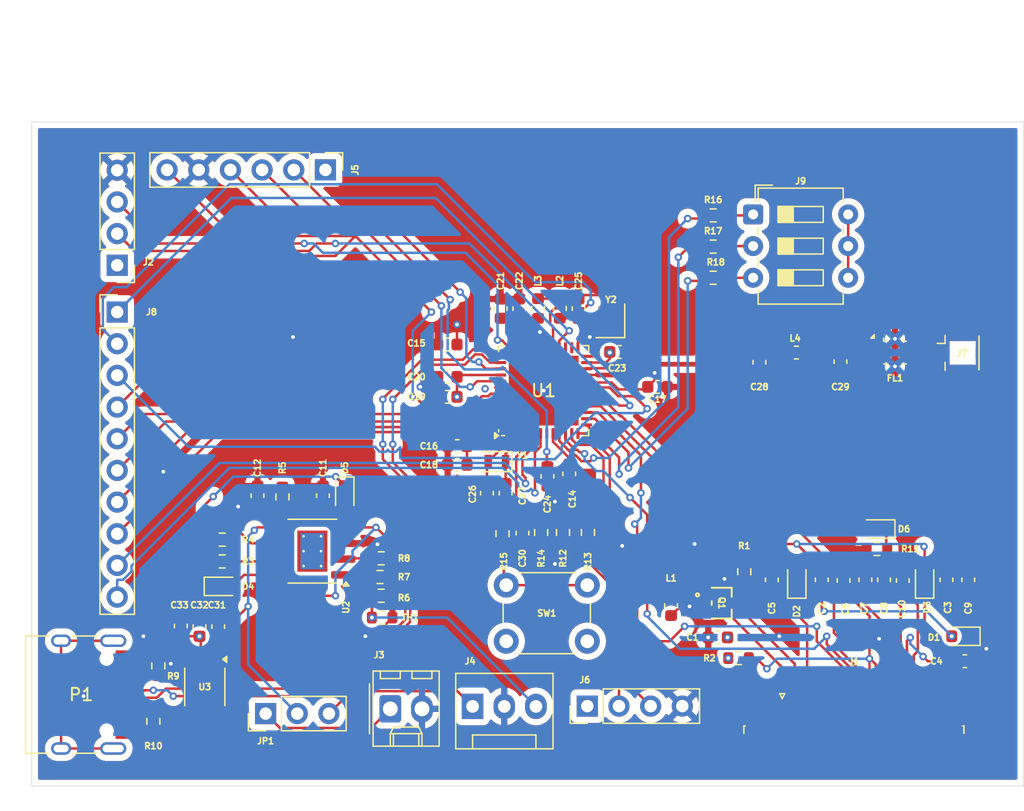
<source format=kicad_pcb>
(kicad_pcb (version 20241229) (generator "pcbnew") (generator_version "9.0")
  (layers (0 "F.Cu" signal) (4 "In1.Cu" signal) (6 "In2.Cu" signal) (2 "B.Cu" signal) (13 "F.Paste" user) (15 "B.Paste" user) (5 "F.SilkS" user "F.Silkscreen") (7 "B.SilkS" user "B.Silkscreen") (1 "F.Mask" user) (3 "B.Mask" user) (25 "Edge.Cuts" user))
  (net 0 "")
  (net 1 "GND")
  (net 2 "+3V3")
  (net 3 "Net-(D3-A)")
  (net 4 "Net-(D1-A)")
  (net 5 "VGL")
  (net 6 "VGH")
  (net 7 "Net-(J1-Pin_5)")
  (net 8 "Net-(J1-Pin_15)")
  (net 9 "Net-(J1-Pin_18)")
  (net 10 "VSH")
  (net 11 "VCOM")
  (net 12 "VSL")
  (net 13 "Net-(D4-A)")
  (net 14 "VBUS")
  (net 15 "Net-(U1-VDDSMPS)")
  (net 16 "SWD_NRST")
  (net 17 "Net-(C25-Pad1)")
  (net 18 "Net-(U1-PC14)")
  (net 19 "Net-(U1-PC15)")
  (net 20 "RF_sub")
  (net 21 "Net-(FL1-IN)")
  (net 22 "Net-(U1-PH3)")
  (net 23 "Net-(D4-K)")
  (net 24 "Net-(D5-K)")
  (net 25 "Net-(D6-K)")
  (net 26 "Net-(D6-A)")
  (net 27 "Net-(FL1-OUT)")
  (net 28 "CS#_SCREEN")
  (net 29 "RES#")
  (net 31 "BUSY")
  (net 33 "SDA_SCREEN")
  (net 34 "D{slash}C#")
  (net 35 "GDR")
  (net 36 "VPP")
  (net 38 "BS1")
  (net 39 "RESE")
  (net 41 "SCL_SCREEN")
  (net 42 "Net-(J3-Pin_1)")
  (net 43 "Net-(J4-Pin_1)")
  (net 44 "Net-(J4-Pin_3)")
  (net 45 "Net-(J5-SWCLK)")
  (net 46 "Net-(J5-SWO)")
  (net 47 "Net-(J5-SWDIO)")
  (net 48 "Net-(J6-Pin_2)")
  (net 49 "Net-(J6-Pin_3)")
  (net 50 "Net-(J8-Pin_2)")
  (net 51 "Net-(J8-Pin_7)")
  (net 52 "Net-(J8-Pin_10)")
  (net 53 "Net-(J8-Pin_3)")
  (net 54 "Net-(J8-Pin_9)")
  (net 55 "Net-(J8-Pin_6)")
  (net 56 "Net-(J8-Pin_5)")
  (net 57 "Net-(J8-Pin_8)")
  (net 58 "Net-(J8-Pin_1)")
  (net 59 "Net-(L2-Pad1)")
  (net 60 "Net-(U1-VLXSMPS)")
  (net 61 "D-")
  (net 62 "unconnected-(P1-SHIELD-PadS1)")
  (net 63 "D+")
  (net 64 "Net-(P1-CC)")
  (net 65 "Net-(P1-VCONN)")
  (net 66 "Net-(U2-~{CHRG})")
  (net 67 "Net-(U2-~{STDBY})")
  (net 68 "Net-(U2-PROG)")
  (net 69 "Net-(U1-PA2)")
  (net 70 "Net-(U1-PA3)")
  (net 71 "Net-(R15-Pad2)")
  (net 72 "Net-(J2-Pin_2)")
  (net 73 "Net-(U1-OSC_OUT)")
  (net 75 "Net-(J2-Pin_3)")
  (net 77 "Net-(U1-OSC_IN)")
  (net 89 "Net-(J9-Pad1)")
  (net 90 "Net-(U1-PA0)")
  (net 91 "Net-(U1-PA4)")
  (net 92 "Net-(U1-PA5)")
  (net 93 "unconnected-(U1-PA15-Pad42)")
  (net 94 "Net-(J9-Pad2)")
  (net 95 "Net-(J9-Pad3)")
  (footprint "Resistor_SMD:R_0603_1608Metric" (layer "F.Cu") (at 84.575 90.25 180)
    (property "Reference" "R7")
    (property "Value" "R")
  )
  (footprint "Resistor_SMD:R_0603_1608Metric" (layer "F.Cu") (at 66.8 97.375 -90)
    (property "Reference" "R9")
    (property "Value" "5k1")
  )
  (footprint "Diode_SMD:D_0603_1608Metric" (layer "F.Cu") (at 131.2125 95 180)
    (property "Reference" "D1")
    (property "Value" "D")
  )
  (footprint "Resistor_SMD:R_0603_1608Metric" (layer "F.Cu") (at 84.75 93.5 180)
    (property "Reference" "TH1")
    (property "Value" "Thermistor_NTC")
  )
  (footprint "Resistor_SMD:R_0603_1608Metric" (layer "F.Cu") (at 111.295 61.25)
    (property "Reference" "R16")
    (property "Value" "220R")
  )
  (footprint "Resistor_SMD:R_0603_1608Metric" (layer "F.Cu") (at 84.675 91.75)
    (property "Reference" "R6")
    (property "Value" "R")
  )
  (footprint "Resistor_SMD:R_0603_1608Metric" (layer "F.Cu") (at 94.4 86.775 -90)
    (property "Reference" "R15")
    (property "Value" "220")
  )
  (footprint "Capacitor_SMD:C_0603_1608Metric" (layer "F.Cu") (at 120 90.475 90)
    (property "Reference" "C2")
    (property "Value" "1u")
  )
  (footprint "LED_SMD:LED_0603_1608Metric" (layer "F.Cu") (at 124.3875 86.4 180)
    (property "Reference" "D6")
    (property "Value" "LED")
  )
  (footprint "Crystal:Crystal_SMD_2012-2Pin_2.0x1.2mm" (layer "F.Cu") (at 93.95 81 180)
    (property "Reference" "Y1")
    (property "Value" "32kHz768")
  )
  (footprint "Connector_PinHeader_2.54mm:PinHeader_1x06_P2.54mm_Vertical" (layer "F.Cu") (at 80.2 57.6 -90)
    (property "Reference" "J5")
    (property "Value" "Conn_ARM_SWD_TagConnect_TC2030")
  )
  (footprint "Connector_Coaxial:U.FL_Hirose_U.FL-R-SMT-1_Vertical" (layer "F.Cu") (at 130.775 72.275)
    (property "Reference" "J7")
    (property "Value" "Conn_Coaxial")
  )
  (footprint "Connector_PinHeader_2.54mm:PinHeader_1x04_P2.54mm_Vertical" (layer "F.Cu") (at 63.5 65.25 180)
    (property "Reference" "J2")
    (property "Value" "UART1")
  )
  (footprint "Resistor_SMD:R_0603_1608Metric" (layer "F.Cu") (at 71.925 89 180)
    (property "Reference" "R3")
    (property "Value" "1k")
  )
  (footprint "Filter:Filter_Mini-Circuits_FV1206" (layer "F.Cu") (at 125.875 72.25)
    (property "Reference" "FL1")
    (property "Value" "2,4Ghz LP 50Ohm")
  )
  (footprint "Capacitor_SMD:C_0603_1608Metric" (layer "F.Cu") (at 93.15 83.525 -90)
    (property "Reference" "C26")
    (property "Value" "10p")
  )
  (footprint "Capacitor_SMD:C_0603_1608Metric" (layer "F.Cu") (at 90.775 79.75 180)
    (property "Reference" "C16")
    (property "Value" "100n")
  )
  (footprint "Resistor_SMD:R_0603_1608Metric" (layer "F.Cu") (at 97.5 86.675 -90)
    (property "Reference" "R14")
    (property "Value" "5100")
  )
  (footprint "LED_SMD:LED_0603_1608Metric" (layer "F.Cu") (at 71.9625 91)
    (property "Reference" "D4")
    (property "Value" "LED")
  )
  (footprint "Diode_SMD:D_0603_1608Metric" (layer "F.Cu") (at 118 90.4625 90)
    (property "Reference" "D2")
    (property "Value" "D")
  )
  (footprint "Capacitor_SMD:C_0603_1608Metric" (layer "F.Cu") (at 74.75 83.725 -90)
    (property "Reference" "C12")
    (property "Value" "10u")
  )
  (footprint "Capacitor_SMD:C_0603_1608Metric" (layer "F.Cu") (at 111.6683 95.0896 180)
    (property "Reference" "C1")
    (property "Value" "1u")
  )
  (footprint "Inductor_SMD:L_0603_1608Metric" (layer "F.Cu") (at 99 68.7125 -90)
    (property "Reference" "L2")
    (property "Value" "10u")
  )
  (footprint "Capacitor_SMD:C_0603_1608Metric" (layer "F.Cu") (at 94.65 83.525 -90)
    (property "Reference" "C27")
    (property "Value" "10p")
  )
  (footprint "Connector_PinHeader_2.54mm:PinHeader_1x03_P2.54mm_Vertical" (layer "F.Cu") (at 75.4 101.2 90)
    (property "Reference" "JP1")
    (property "Value" "Jumper_3_Bridged12")
  )
  (footprint "Connector_PinHeader_2.54mm:PinHeader_1x10_P2.54mm_Vertical" (layer "F.Cu") (at 63.5 69)
    (property "Reference" "J8")
    (property "Value" "USER1")
  )
  (footprint "Resistor_SMD:R_0603_1608Metric" (layer "F.Cu") (at 113.7875 89.825 90)
    (property "Reference" "R1")
    (property "Value" "R")
  )
  (footprint "Capacitor_SMD:C_0603_1608Metric" (layer "F.Cu") (at 68.6 94.175 90)
    (property "Reference" "C33")
    (property "Value" "0.1u")
  )
  (footprint "Capacitor_SMD:C_0603_1608Metric" (layer "F.Cu") (at 106.825 75)
    (property "Reference" "C17")
    (property "Value" "100n")
  )
  (footprint "Crystal:Crystal_SMD_2016-4Pin_2.0x1.6mm" (layer "F.Cu") (at 103.05 69.7 90)
    (property "Reference" "Y2")
    (property "Value" "32Mhz")
  )
  (footprint "Resistor_SMD:R_0603_1608Metric" (layer "F.Cu") (at 66.4 101.825 90)
    (property "Reference" "R10")
    (property "Value" "5k1")
  )
  (footprint "Capacitor_SMD:C_0603_1608Metric" (layer "F.Cu") (at 95.75 68.725 90)
    (property "Reference" "C22")
    (property "Value" "4u7")
  )
  (footprint "Capacitor_SMD:C_0603_1608Metric" (layer "F.Cu") (at 89.975 75.8 180)
    (property "Reference" "C19")
    (property "Value" "4u7")
  )
  (footprint "Connector:FanPinHeader_1x03_P2.54mm_Vertical" (layer "F.Cu") (at 92 100.625)
    (property "Reference" "J4")
    (property "Value" "Conn_01x03")
  )
  (footprint "Capacitor_SMD:C_0603_1608Metric" (layer "F.Cu") (at 131.75 90.475 -90)
    (property "Reference" "C9")
    (property "Value" "1u")
  )
  (footprint "Inductor_SMD:L_0603_1608Metric" (layer "F.Cu") (at 117.9625 72.25)
    (property "Reference" "L4")
    (property "Value" "2n7")
  )
  (footprint "Capacitor_SMD:C_0603_1608Metric" (layer "F.Cu") (at 99.75 81.975 -90)
    (property "Reference" "C14")
    (property "Value" "100n")
  )
  (footprint "Capacitor_SMD:C_0603_1608Metric" (layer "F.Cu") (at 126.5 90.525 -90)
    (property "Reference" "C10")
    (property "Value" "1u")
  )
  (footprint "Package_DFN_QFN:QFN-48-1EP_7x7mm_P0.5mm_EP5.6x5.6mm" (layer "F.Cu") (at 97.7 75.3 90)
    (property "Reference" "U1")
    (property "Value" "STM32WB55CEU6")
  )
  (footprint "Inductor_SMD:L_0603_1608Metric" (layer "F.Cu") (at 97.25 68.7125 90)
    (property "Reference" "L3")
    (property "Value" "10u")
  )
  (footprint "Resistor_SMD:R_0603_1608Metric" (layer "F.Cu") (at 99.25 86.675 90)
    (property "Reference" "R12")
    (property "Value" "220")
  )
  (footprint "Resistor_SMD:R_0603_1608Metric" (layer "F.Cu") (at 76.75 83.825 -90)
    (property "Reference" "R5")
    (property "Value" "400")
  )
  (footprint "Capacitor_SMD:C_0603_1608Metric" (layer "F.Cu") (at 89.975 74.2 180)
    (property "Reference" "C20")
    (property "Value" "100n")
  )
  (footprint "Button_Switch_THT:SW_DIP_SPSTx03_Slide_6.7x9.18mm_W7.62mm_P2.54mm_LowProfile" (layer "F.Cu") (at 114.5 61.17)
    (property "Reference" "J9")
    (property "Value" "USER2")
  )
  (footprint "Capacitor_SMD:C_0603_1608Metric" (layer "F.Cu") (at 89.975 71.6 180)
    (property "Reference" "C15")
    (property "Value" "100n")
  )
  (footprint "Capacitor_SMD:C_0603_1608Metric" (layer "F.Cu") (at 103.775 72.2)
    (property "Reference" "C23")
    (property "Value" "100n")
  )
  (footprint "Capacitor_SMD:C_0603_1608Metric" (layer "F.Cu") (at 123.5 90.475 -90)
    (property "Reference" "C7")
    (property "Value" "1u")
  )
  (footprint "Resistor_SMD:R_0603_1608Metric" (layer "F.Cu") (at 111.295 63.75)
    (property "Reference" "R17")
    (property "Value" "220R")
  )
  (footprint "Button_Switch_THT:SW_PUSH_6mm" (layer "F.Cu") (at 94.7 90.9)
    (property "Reference" "SW1")
    (property "Value" "SW_Push")
  )
  (footprint "Resistor_SMD:R_0603_1608Metric" (layer "F.Cu") (at 71.925 87.25 180)
    (property "Reference" "R4")
    (property "Value" "1k")
  )
  (footprint "Capacitor_SMD:C_0603_1608Metric" (layer "F.Cu") (at 125 90.475 -90)
    (property "Reference" "C8")
    (property "Value" "1u")
  )
  (footprint "Inductor_SMD:L_0603_1608Metric" (layer "F.Cu") (at 107.9183 92.5521 90)
    (property "Reference" "L1")
    (property "Value" "L")
  )
  (footprint "Connector_USB:USB_C_Receptacle_HRO_TYPE-C-31-M-12" (layer "F.Cu") (at 60.05 99.68 -90)
    (property "Reference" "P1")
    (property "Value" "USB_C_Plug_USB2.0")
  )
  (footprint "Diode_SMD:D_0603_1608Metric" (layer "F.Cu") (at 128.25 90.4625 90)
    (property "Reference" "D3")
    (property "Value" "D")
  )
  (footprint "Capacitor_SMD:C_0603_1608Metric" (layer "F.Cu") (at 115 73.025 -90)
    (property "Reference" "C28")
    (property "Value" "0p3")
  )
  (footprint "Resistor_SMD:R_0603_1608Metric" (layer "F.Cu") (at 113.325 96.75)
    (property "Reference" "R2")
    (property "Value" "R2")
  )
  (footprint "Capacitor_SMD:C_0603_1608Metric" (layer "F.Cu") (at 70.1 94.225 90)
    (property "Reference" "C32")
    (property "Value" "10u")
  )
  (footprint "Capacitor_SMD:C_0603_1608Metric" (layer "F.Cu") (at 121.5 72.975 -90)
    (property "Reference" "C29")
    (property "Value" "0p3")
  )
  (footprint "Capacitor_SMD:C_0603_1608Metric" (layer "F.Cu") (at 131.475 97 180)
    (property "Reference" "C4")
    (property "Value" "uF")
  )
  (footprint "Capacitor_SMD:C_0603_1608Metric" (layer "F.Cu") (at 94.25 68.725 90)
    (property "Reference" "C21")
    (property "Value" "100n")
  )
  (footprint "Capacitor_SMD:C_0603_1608Metric" (layer "F.Cu") (at 130 90.475 -90)
    (property "Reference" "C3")
    (property "Value" "1uF")
  )
  (footprint "Resistor_SMD:R_0603_1608Metric" (layer "F.Cu") (at 124.425 88 180)
    (property "Reference" "R11")
    (property "Value" "220R")
  )
  (footprint "Connector_PinHeader_2.54mm:PinHeader_1x04_P2.54mm_Vertical" (layer "F.Cu") (at 101.2 100.6 90)
    (property "Reference" "J6")
    (property "Value" "LOW POWER UART")
  )
  (footprint "Capacitor_SMD:C_0603_1608Metric" (layer "F.Cu") (at 96 86.725 -90)
    (property "Reference" "C30")
    (property "Value" "100n")
  )
  (footprint "footprints:SC-70_SI1_VIS" (layer "F.Cu") (at 111.9779 92.3396 -90)
    (property "Reference" "Q1")
    (property "Value" "Si1304BDL")
  )
  (footprint "Connector_FFC-FPC:TE_2-1734839-4_1x24-1MP_P0.5mm_Horizontal" (layer "F.Cu") (at 122.58 100.15)
    (property "Reference" "J1")
    (property "Value" "FPC")
  )
  (footprint "Package_SO:SOIC-8-1EP_3.9x4.9mm_P1.27mm_EP2.41x3.3mm_ThermalVias" (layer "F.Cu") (at 79.15 88.175 180)
    (property "Reference" "U2")
    (property "Value" "TP4056-42-ESOP8")
  )
  (footprint "Capacitor_SMD:C_0603_1608Metric" (layer "F.Cu") (at 100.5 68.725 90)
    (property "Reference" "C25")
    (property "Value" "4u7")
  )
  (footprint "Resistor_SMD:R_0603_1608Metric" (layer "F.Cu") (at 101.25 86.675 90)
    (property "Reference" "R13")
    (property "Value" "220")
  )
  (footprint "Package_SO:MSOP-8_3x3mm_P0.65mm" (layer "F.Cu") (at 70.525 99.0625 -90)
    (property "Reference" "U3")
    (property "Value" "MIC5219-3.3YMM")
  )
  (footprint "Capacitor_SMD:C_0603_1608Metric" (layer "F.Cu") (at 121.75 90.525 90)
    (property "Reference" "C6")
    (property "Value" "1uF")
  )
  (footprint "Capacitor_SMD:C_0603_1608Metric" (layer "F.Cu") (at 98 82.175 90)
    (property "Reference" "C24")
    (property "Value" "100n")
  )
  (footprint "Connector_Molex:Molex_KK-254_AE-6410-02A_1x02_P2.54mm_Vertical" (layer "F.Cu") (at 85.4 100.82)
    (property "Reference" "J3")
    (property "Value" "Conn_01x02")
  )
  (footprint "Capacitor_SMD:C_0603_1608Metric" (layer "F.Cu") (at 90.775 81.25 180)
    (property "Reference" "C18")
    (property "Value" "100n")
  )
  (footprint "Capacitor_SMD:C_0603_1608Metric" (layer "F.Cu") (at 71.6 94.225 90)
    (property "Reference" "C31")
    (property "Value" "10u")
  )
  (footprint "LED_SMD:LED_0603_1608Metric" (layer "F.Cu") (at 81.75 83.7125 -90)
    (property "Reference" "D5")
    (property "Value" "LED")
  )
  (footprint "Resistor_SMD:R_0603_1608Metric" (layer "F.Cu") (at 84.675 88.75)
    (property "Reference" "R8")
    (property "Value" "R")
  )
  (footprint "Capacitor_SMD:C_0603_1608Metric" (layer "F.Cu") (at 116 90.475 90)
    (property "Reference" "C5")
    (property "Value" "1u")
  )
  (footprint "Capacitor_SMD:C_0603_1608Metric" (layer "F.Cu") (at 80 83.725 90)
    (property "Reference" "C11")
    (property "Value" "10u")
  )
  (footprint "Resistor_SMD:R_0603_1608Metric" (layer "F.Cu") (at 111.295 66.25)
    (property "Reference" "R18")
    (property "Value" "220R")
  )
  (gr_rect (start 56.65 53.75) (end 136.2 107.005) (stroke (width 0.05)) (fill no) (layer "Edge.Cuts"))
  (via (at 93.001473 75.15) (size 0.6) (drill 0.3) (layers "F.Cu" "B.Cu") (net 0))
  (segment (start 112.2 90.4) (end 113.6 89) (width 0.2) (layer "F.Cu") (net 1))
  (segment (start 96.95 71.8625) (end 96.95 71.05) (width 0.2) (layer "F.Cu") (net 1))
  (segment (start 98.2 82.75) (end 98 82.95) (width 0.2) (layer "F.Cu") (net 1))
  (segment (start 102.2 70.4) (end 102.5 70.4) (width 0.2) (layer "F.Cu") (net 1))
  (segment (start 103.6 68.35) (end 102.88966 67.63966) (width 0.2) (layer "F.Cu") (net 1))
  (segment (start 102.88966 67.63966) (end 100.81034 67.63966) (width 0.2) (layer "F.Cu") (net 1))
  (segment (start 99.75 82.75) (end 98.2 82.75) (width 0.2) (layer "F.Cu") (net 1))
  (segment (start 99.75 83.05) (end 98.6 84.2) (width 0.2) (layer "F.Cu") (net 1))
  (segment (start 93.15 84.3) (end 94.65 84.3) (width 0.2) (layer "F.Cu") (net 1))
  (segment (start 66.12 102.93) (end 64.095 102.93) (width 0.2) (layer "F.Cu") (net 1))
  (segment (start 100.81034 67.63966) (end 100.5 67.95) (width 0.2) (layer "F.Cu") (net 1))
  (segment (start 103.241 73.509) (end 104.55 72.2) (width 0.2) (layer "F.Cu") (net 1))
  (segment (start 87.8 75) (end 88.4 75) (width 0.2) (layer "F.Cu") (net 1))
  (segment (start 101.6 71) (end 102.2 70.4) (width 0.2) (layer "F.Cu") (net 1))
  (segment (start 88.4 75) (end 89.2 74.2) (width 0.2) (layer "F.Cu") (net 1))
  (segment (start 115.3 89) (end 116 89.7) (width 0.2) (layer "F.Cu") (net 1))
  (segment (start 101.4 71) (end 101.6 71) (width 0.2) (layer "F.Cu") (net 1))
  (segment (start 103.6 69) (end 103.6 68.35) (width 0.2) (layer "F.Cu") (net 1))
  (segment (start 89.2 74.2) (end 89.2 75.8) (width 0.2) (layer "F.Cu") (net 1))
  (segment (start 96.95 71.05) (end 97.4 70.6) (width 0.2) (layer "F.Cu") (net 1))
  (segment (start 85.575 93.5) (end 84.075 95) (width 0.2) (layer "F.Cu") (net 1))
  (segment (start 84.29 87.54) (end 81.625 87.54) (width 0.2) (layer "F.Cu") (net 1))
  (segment (start 101.1785 73.509) (end 103.241 73.509) (width 0.2) (layer "F.Cu") (net 1))
  (segment (start 84.375 87.625) (end 84.29 87.54) (width 0.2) (layer "F.Cu") (net 1))
  (segment (start 65.6 95.6) (end 65.6 95) (width 0.2) (layer "F.Cu") (net 1))
  (segment (start 124.83 95.43) (end 124.83 98.8) (width 0.2) (layer "F.Cu") (net 1))
  (segment (start 64.77 96.43) (end 65.6 95.6) (width 0.2) (layer "F.Cu") (net 1))
  (segment (start 85.5 88.75) (end 84.375 87.625) (width 0.2) (layer "F.Cu") (net 1))
  (segment (start 124.6 95.2) (end 124.83 95.43) (width 0.2) (layer "F.Cu") (net 1))
  (segment (start 101.1375 73.55) (end 101.1785 73.509) (width 0.2) (layer "F.Cu") (net 1))
  (segment (start 66.4 102.65) (end 66.12 102.93) (width 0.2) (layer "F.Cu") (net 1))
  (segment (start 85.5 91.75) (end 85.5 93.425) (width 0.2) (layer "F.Cu") (net 1))
  (segment (start 67.45 97.2) (end 66.8 96.55) (width 0.2) (layer "F.Cu") (net 1))
  (segment (start 99.75 82.75) (end 99.75 83.05) (width 0.2) (layer "F.Cu") (net 1))
  (segment (start 84.075 95) (end 83.4 95) (width 0.2) (layer "F.Cu") (net 1))
  (segment (start 64.095 96.43) (end 64.77 96.43) (width 0.2) (layer "F.Cu") (net 1))
  (segment (start 85.5 93.425) (end 85.575 93.5) (width 0.2) (layer "F.Cu") (net 1))
  (segment (start 113.7875 89) (end 115.3 89) (width 0.2) (layer "F.Cu") (net 1))
  (segment (start 133.2 96.05) (end 132.25 97) (width 0.2) (layer "F.Cu") (net 1))
  (segment (start 113.6 89) (end 113.7875 89) (width 0.2) (layer "F.Cu") (net 1))
  (segment (start 67.8 97.2) (end 67.45 97.2) (width 0.2) (layer "F.Cu") (net 1))
  (segment (start 133.2 96) (end 133.2 96.05) (width 0.2) (layer "F.Cu") (net 1))
  (via (at 109.8 87.6) (size 0.6) (drill 0.3) (layers "F.Cu" "B.Cu") (net 1))
  (via (at 133.2 96) (size 0.6) (drill 0.3) (layers "F.Cu" "B.Cu") (net 1))
  (via (at 110.8933 95.0896) (size 0.6) (drill 0.3) (layers "F.Cu" "B.Cu") (net 1))
  (via (at 83.4 95) (size 0.6) (drill 0.3) (layers "F.Cu" "B.Cu") (net 1))
  (via (at 77.6 71) (size 0.6) (drill 0.3) (layers "F.Cu" "B.Cu") (net 1))
  (via (at 84.375 87.625) (size 0.6) (drill 0.3) (layers "F.Cu" "B.Cu") (net 1))
  (via (at 124.6 95.2) (size 0.6) (drill 0.3) (layers "F.Cu" "B.Cu") (net 1))
  (via (at 87.8 75) (size 0.6) (drill 0.3) (layers "F.Cu" "B.Cu") (net 1))
  (via (at 73.2 84.6) (size 0.6) (drill 0.3) (layers "F.Cu" "B.Cu") (net 1))
  (via (at 97.4 70.6) (size 0.6) (drill 0.3) (layers "F.Cu" "B.Cu") (net 1))
  (via (at 116.6 95) (size 0.6) (drill 0.3) (layers "F.Cu" "B.Cu") (net 1))
  (via (at 104 87.75) (size 0.6) (drill 0.3) (layers "F.Cu" "B.Cu") (net 1))
  (via (at 98.6 89.2) (size 0.6) (drill 0.3) (layers "F.Cu" "B.Cu") (net 1))
  (via (at 112.2 90.4) (size 0.6) (drill 0.3) (layers "F.Cu" "B.Cu") (net 1))
  (via (at 65.6 95) (size 0.6) (drill 0.3) (layers "F.Cu" "B.Cu") (net 1))
  (via (at 67.8 97.2) (size 0.6) (drill 0.3) (layers "F.Cu" "B.Cu") (net 1))
  (via (at 101.4 71) (size 0.6) (drill 0.3) (layers "F.Cu" "B.Cu") (net 1))
  (via (at 97.7 75.3) (size 0.6) (drill 0.3) (layers "F.Cu" "B.Cu") (net 1))
  (via (at 67.2 81.8) (size 0.6) (drill 0.3) (layers "F.Cu" "B.Cu") (net 1))
  (via (at 98.6 84.2) (size 0.6) (drill 0.3) (layers "F.Cu" "B.Cu") (net 1))
  (via (at 60.8 99.8) (size 0.6) (drill 0.3) (layers "F.Cu" "B.Cu") (net 1))
  (segment (start 103 72.75) (end 102.7 73.05) (width 0.2) (layer "F.Cu") (net 2))
  (segment (start 70.2 96.95) (end 70.2 95.1) (width 0.2) (layer "F.Cu") (net 2))
  (segment (start 103.7 75.2) (end 103.149 74.649) (width 0.2) (layer "F.Cu") (net 2))
  (segment (start 93.401 79.248943) (end 93.324971 79.324971) (width 0.2) (layer "F.Cu") (net 2))
  (segment (start 93.524971 79.124971) (end 93.324971 79.324971) (width 0.2) (layer "F.Cu") (net 2))
  (segment (start 90.75 75.8) (end 90.75 74.2) (width 0.2) (layer "F.Cu") (net 2))
  (segment (start 68.65 95) (end 68.6 94.95) (width 0.2) (layer "F.Cu") (net 2))
  (segment (start 93.561443 78.751057) (end 93.561443 79.088499) (width 0.2) (layer "F.Cu") (net 2))
  (segment (start 109.4 92.6) (end 108.6579 92.6) (width 0.2) (layer "F.Cu") (net 2))
  (segment (start 108.6579 92.6) (end 107.9183 93.3396) (width 0.2) (layer "F.Cu") (net 2))
  (segment (start 99.75 80.7013) (end 98.45 79.4013) (width 0.2) (layer "F.Cu") (net 2))
  (segment (start 99.75 81.2) (end 99.75 80.7013) (width 0.2) (layer "F.Cu") (net 2))
  (segment (start 94.2625 78.05) (end 93.561443 78.751057) (width 0.2) (layer "F.Cu") (net 2))
  (segment (start 106.6 73.8775) (end 106.6 74.45) (width 0.2) (layer "F.Cu") (net 2))
  (segment (start 105.85 75.2) (end 103.7 75.2) (width 0.2) (layer "F.Cu") (net 2))
  (segment (start 70.2 95.1) (end 70.1 95) (width 0.2) (layer "F.Cu") (net 2))
  (segment (start 103 72.2) (end 103 72.25) (width 0.2) (layer "F.Cu") (net 2))
  (segment (start 93.324971 79.324971) (end 92.899943 79.75) (width 0.2) (layer "F.Cu") (net 2))
  (segment (start 122.12 63.71) (end 122.12 66.25) (width 0.2) (layer "F.Cu") (net 2))
  (segment (start 94.2125 78) (end 94.2625 78.05) (width 0.2) (layer "F.Cu") (net 2))
  (segment (start 106.6 74.45) (end 105.85 75.2) (width 0.2) (layer "F.Cu") (net 2))
  (segment (start 90.75 74.2) (end 91.05 74.2) (width 0.2) (layer "F.Cu") (net 2))
  (segment (start 102.7 73.05) (end 101.1375 73.05) (width 0.2) (layer "F.Cu") (net 2))
  (segment (start 70.2 96.95) (end 70.2 97.762499) (width 0.2) (layer "F.Cu") (net 2))
  (segment (start 103.149 74.649) (end 101.689798 74.649) (width 0.2) (layer "F.Cu") (net 2))
  (segment (start 92.899943 79.75) (end 91.55 79.75) (width 0.2) (layer "F.Cu") (net 2))
  (segment (start 91.55 81.25) (end 91.55 79.75) (width 0.2) (layer "F.Cu") (net 2))
  (segment (start 101.2115 74.624) (end 101.1375 74.55) (width 0.2) (layer "F.Cu") (net 2))
  (segment (start 93.561443 79.088499) (end 93.524971 79.124971) (width 0.2) (layer "F.Cu") (net 2))
  (segment (start 101.689798 74.649) (end 101.664798 74.624) (width 0.2) (layer "F.Cu") (net 2))
  (segment (start 101.664798 74.624) (end 101.2115 74.624) (width 0.2) (layer "F.Cu") (net 2))
  (segment (start 91.05 74.2) (end 91.2 74.05) (width 0.2) (layer "F.Cu") (net 2))
  (segment (start 70.1 95) (end 68.65 95) (width 0.2) (layer "F.Cu") (net 2))
  (segment (start 122.12 61.17) (end 122.12 63.71) (width 0.2) (layer "F.Cu") (net 2))
  (segment (start 91.2 74.05) (end 94.2625 74.05) (width 0.2) (layer "F.Cu") (net 2))
  (segment (start 98.45 79.4013) (end 98.45 78.7375) (width 0.2) (layer "F.Cu") (net 2))
  (segment (start 93.912442 78.7375) (end 93.524971 79.124971) (width 0.2) (layer "F.Cu") (net 2))
  (segment (start 70.1 96.85) (end 70.2 96.95) (width 0.2) (layer "F.Cu") (net 2))
  (segment (start 103 72.25) (end 103 72.75) (width 0.2) (layer "F.Cu") (net 2))
  (segment (start 94.95 78.7375) (end 93.912442 78.7375) (width 0.2) (layer "F.Cu") (net 2))
  (segment (start 70.1 97.05) (end 70.2 96.95) (width 0.2) (layer "F.Cu") (net 2))
  (segment (start 90.75 70) (end 90.75 71.6) (width 0.2) (layer "F.Cu") (net 2))
  (via (at 90.75 75.8) (size 0.6) (drill 0.3) (layers "F.Cu" "B.Cu") (net 2))
  (via (at 103 72.25) (size 0.6) (drill 0.3) (layers "F.Cu" "B.Cu") (net 2))
  (via (at 112.5 96.75) (size 0.6) (drill 0.3) (layers "F.Cu" "B.Cu") (net 2))
  (via (at 112.4433 95.0896) (size 0.6) (drill 0.3) (layers "F.Cu" "B.Cu") (net 2))
  (via (at 70.1 95) (size 0.6) (drill 0.3) (layers "F.Cu" "B.Cu") (net 2))
  (via (at 109.4 92.6) (size 0.6) (drill 0.3) (layers "F.Cu" "B.Cu") (net 2))
  (via (at 106.6 73.8775) (size 0.6) (drill 0.3) (layers "F.Cu" "B.Cu") (net 2))
  (via (at 90.75 70) (size 0.6) (drill 0.3) (layers "F.Cu" "B.Cu") (net 2))
  (segment (start 113.998436 87.6) (end 118 87.6) (width 0.2) (layer "F.Cu") (net 3))
  (segment (start 120 89.6) (end 118 87.6) (width 0.2) (layer "F.Cu") (net 3))
  (segment (start 110.9146 91.7646) (end 111 91.6792) (width 0.2) (layer "F.Cu") (net 3))
  (segment (start 111 91.6792) (end 111 90.598436) (width 0.2) (layer "F.Cu") (net 3))
  (segment (start 128.25 87.85) (end 128.2 87.8) (width 0.2) (layer "F.Cu") (net 3))
  (segment (start 128.25 89.675) (end 128.25 87.85) (width 0.2) (layer "F.Cu") (net 3))
  (segment (start 120 89.7) (end 120 89.6) (width 0.2) (layer "F.Cu") (net 3))
  (segment (start 111 90.598436) (end 113.998436 87.6) (width 0.2) (layer "F.Cu") (net 3))
  (segment (start 107.9183 91.7646) (end 110.9146 91.7646) (width 0.2) (layer "F.Cu") (net 3))
  (via (at 128.2 87.8) (size 0.6) (drill 0.3) (layers "F.Cu" "B.Cu") (net 3))
  (via (at 118 87.6) (size 0.6) (drill 0.3) (layers "F.Cu" "B.Cu") (net 3))
  (segment (start 118 87.6) (end 128 87.6) (width 0.2) (layer "B.Cu") (net 3))
  (segment (start 128 87.6) (end 128.2 87.8) (width 0.2) (layer "B.Cu") (net 3))
  (segment (start 118 91.25) (end 120 91.25) (width 0.2) (layer "F.Cu") (net 4))
  (segment (start 120 91.25) (end 120 92.8) (width 0.2) (layer "F.Cu") (net 4))
  (segment (start 120 92.8) (end 120.2 93) (width 0.2) (layer "F.Cu") (net 4))
  (via (at 130.425 95) (size 0.6) (drill 0.3) (layers "F.Cu" "B.Cu") (net 4))
  (via (at 120.2 93) (size 0.6) (drill 0.3) (layers "F.Cu" "B.Cu") (net 4))
  (segment (start 128.425 93) (end 130.425 95) (width 0.2) (layer "B.Cu") (net 4))
  (segment (start 120.2 93) (end 128.425 93) (width 0.2) (layer "B.Cu") (net 4))
  (segment (start 127.83 97.998) (end 127.83 98.8) (width 0.2) (layer "F.Cu") (net 5))
  (segment (start 132 95) (end 132 93.25) (width 0.2) (layer "F.Cu") (net 5))
  (segment (start 132.549 97.949) (end 127.879 97.949) (width 0.2) (layer "F.Cu") (net 5))
  (segment (start 132 93.25) (end 130 91.25) (width 0.2) (layer "F.Cu") (net 5))
  (segment (start 132.551 97.949) (end 132.549 97.949) (width 0.2) (layer "F.Cu") (net 5))
  (segment (start 134.2 96.298) (end 132.549 97.949) (width 0.2) (layer "F.Cu") (net 5))
  (segment (start 132 95) (end 133.8 95) (width 0.2) (layer "F.Cu") (net 5))
  (segment (start 127.879 97.949) (end 127.83 97.998) (width 0.2) (layer "F.Cu") (net 5))
  (segment (start 133.8 95) (end 134.2 95.4) (width 0.2) (layer "F.Cu") (net 5))
  (segment (start 134.2 95.4) (end 134.2 96.298) (width 0.2) (layer "F.Cu") (net 5))
  (segment (start 128.25 94.55) (end 130.7 97) (width 0.2) (layer "F.Cu") (net 6))
  (segment (start 127.1 95.1) (end 127.2 95) (width 0.2) (layer "F.Cu") (net 6))
  (segment (start 126.83 96.2) (end 126.83 95.37) (width 0.2) (layer "F.Cu") (net 6))
  (segment (start 126.83 98.8) (end 126.83 96.2) (width 0.2) (layer "F.Cu") (net 6))
  (segment (start 128.25 91.25) (end 128.25 94.55) (width 0.2) (layer "F.Cu") (net 6))
  (segment (start 126.83 96.2) (end 126.83 96.099) (width 0.2) (layer "F.Cu") (net 6))
  (segment (start 128.5 97) (end 128.125 96.625) (width 0.2) (layer "F.Cu") (net 6))
  (segment (start 130.7 97) (end 128.5 97) (width 0.2) (layer "F.Cu") (net 6))
  (segment (start 126.83 95.37) (end 127.1 95.1) (width 0.2) (layer "F.Cu") (net 6))
  (via (at 127.1 95.1) (size 0.6) (drill 0.3) (layers "F.Cu" "B.Cu") (net 6))
  (via (at 128.125 96.625) (size 0.6) (drill 0.3) (layers "F.Cu" "B.Cu") (net 6))
  (segment (start 127.1 95.6) (end 128.125 96.625) (width 0.2) (layer "B.Cu") (net 6))
  (segment (start 127.1 95.1) (end 127.1 95.6) (width 0.2) (layer "B.Cu") (net 6))
  (segment (start 116 91.25) (end 118.83 94.08) (width 0.2) (layer "F.Cu") (net 7))
  (segment (start 118.83 94.08) (end 118.83 98.8) (width 0.2) (layer "F.Cu") (net 7))
  (segment (start 124.33 97.25) (end 124.33 98.8) (width 0.2) (layer "F.Cu") (net 8))
  (segment (start 121.75 91.3) (end 123.83 93.38) (width 0.2) (layer "F.Cu") (net 8))
  (segment (start 114.75 96.75) (end 115.6 97.6) (width 0.2) (layer "F.Cu") (net 8))
  (segment (start 123.83 96.75) (end 124.33 97.25) (width 0.2) (layer "F.Cu") (net 8))
  (segment (start 114.15 96.75) (end 114.75 96.75) (width 0.2) (layer "F.Cu") (net 8))
  (segment (start 123.83 96.8) (end 123.83 98.8) (width 0.2) (layer "F.Cu") (net 8))
  (segment (start 123.83 96.75) (end 123.83 96.8) (width 0.2) (layer "F.Cu") (net 8))
  (segment (start 123.83 93.38) (end 123.83 96.75) (width 0.2) (layer "F.Cu") (net 8))
  (via (at 115.6 97.6) (size 0.6) (drill 0.3) (layers "F.Cu" "B.Cu") (net 8))
  (via (at 123.83 96.8) (size 0.6) (drill 0.3) (layers "F.Cu" "B.Cu") (net 8))
  (segment (start 116.4 96.8) (end 123.6 96.8) (width 0.2) (layer "B.Cu") (net 8))
  (segment (start 115.6 97.6) (end 116.4 96.8) (width 0.2) (layer "B.Cu") (net 8))
  (segment (start 123.5 92.4829) (end 125.33 94.3129) (width 0.2) (layer "F.Cu") (net 9))
  (segment (start 123.5 91.25) (end 123.5 92.4829) (width 0.2) (layer "F.Cu") (net 9))
  (segment (start 125.33 94.3129) (end 125.33 98.8) (width 0.2) (layer "F.Cu") (net 9))
  (segment (start 126.33 92.58) (end 126.33 98.8) (width 0.2) (layer "F.Cu") (net 10))
  (segment (start 125 91.25) (end 126.33 92.58) (width 0.2) (layer "F.Cu") (net 10))
  (segment (start 134.6 96.9) (end 132.851 98.649) (width 0.2) (layer "F.Cu") (net 11))
  (segment (start 132.851 98.649) (end 128.481 98.649) (width 0.2) (layer "F.Cu") (net 11))
  (segment (start 134.6 94.1) (end 134.6 96.9) (width 0.2) (layer "F.Cu") (net 11))
  (segment (start 128.481 98.649) (end 128.33 98.8) (width 0.2) (layer "F.Cu") (net 11))
  (segment (start 131.75 91.25) (end 134.6 94.1) (width 0.2) (layer "F.Cu") (net 11))
  (segment (start 127.701 92.501) (end 127.701 96.199057) (width 0.2) (layer "F.Cu") (net 12))
  (segment (start 126.5 91.3) (end 127.701 92.501) (width 0.2) (layer "F.Cu") (net 12))
  (segment (start 127.701 96.199057) (end 127.379 96.521057) (width 0.2) (layer "F.Cu") (net 12))
  (segment (start 127.379 96.521057) (end 127.379 97.949) (width 0.2) (layer "F.Cu") (net 12))
  (segment (start 127.379 98.751) (end 127.33 98.8) (width 0.2) (layer "F.Cu") (net 12))
  (segment (start 127.429 97.949) (end 127.379 97.949) (width 0.2) (layer "F.Cu") (net 12))
  (segment (start 127.379 97.949) (end 127.379 98.751) (width 0.2) (layer "F.Cu") (net 12))
  (segment (start 80 84.5) (end 81.75 84.5) (width 0.2) (layer "F.Cu") (net 13))
  (segment (start 86.201 88.201) (end 84.27 86.27) (width 0.2) (layer "F.Cu") (net 13))
  (segment (start 81.625 86.27) (end 81.625 84.625) (width 0.2) (layer "F.Cu") (net 13))
  (segment (start 76.675 90.08) (end 73.67 90.08) (width 0.2) (layer "F.Cu") (net 13))
  (segment (start 86.201 89.449) (end 86.201 88.201) (width 0.2) (layer "F.Cu") (net 13))
  (segment (start 81.625 84.625) (end 81.75 84.5) (width 0.2) (layer "F.Cu") (net 13))
  (segment (start 84.25 86.27) (end 81.625 86.27) (width 0.2) (layer "F.Cu") (net 13))
  (segment (start 85.4 90.25) (end 86.201 89.449) (width 0.2) (layer "F.Cu") (net 13))
  (segment (start 80 84.5) (end 78.25 84.5) (width 0.2) (layer "F.Cu") (net 13))
  (segment (start 76.675 90.08) (end 78.345 91.75) (width 0.2) (layer "F.Cu") (net 13))
  (segment (start 84.27 86.27) (end 84.25 86.27) (width 0.2) (layer "F.Cu") (net 13))
  (segment (start 78.345 91.75) (end 81 91.75) (width 0.2) (layer "F.Cu") (net 13))
  (segment (start 73.67 90.08) (end 72.75 91) (width 0.2) (layer "F.Cu") (net 13))
  (segment (start 78.25 84.5) (end 76.75 83) (width 0.2) (layer "F.Cu") (net 13))
  (via (at 81 91.75) (size 0.6) (drill 0.3) (layers "F.Cu" "B.Cu") (net 13))
  (via (at 84.25 86.27) (size 0.6) (drill 0.3) (layers "F.Cu" "B.Cu") (net 13))
  (segment (start 82.375 88.145) (end 82.375 88.625) (width 0.2) (layer "B.Cu") (net 13))
  (segment (start 82.375 88.625) (end 81 90) (width 0.2) (layer "B.Cu") (net 13))
  (segment (start 81 90) (end 81 91.75) (width 0.2) (layer "B.Cu") (net 13))
  (segment (start 84.25 86.27) (end 82.375 88.145) (width 0.2) (layer "B.Cu") (net 13))
  (segment (start 63.17 97.23) (end 64.095 97.23) (width 0.2) (layer "F.Cu") (net 14))
  (segment (start 70.85 96.95) (end 71.5 96.95) (width 0.2) (layer "F.Cu") (net 14))
  (segment (start 64.095 97.23) (end 64.294 97.031) (width 0.2) (layer "F.Cu") (net 14))
  (segment (start 62.6 97.8) (end 63.17 97.23) (width 0.2) (layer "F.Cu") (net 14))
  (segment (start 76.75 86.195) (end 76.675 86.27) (width 0.2) (layer "F.Cu") (net 14))
  (segment (start 70.85 98.15) (end 70.85 96.95) (width 0.3) (layer "F.Cu") (net 14))
  (segment (start 71.5 96.95) (end 71.5 95.1) (width 0.2) (layer "F.Cu") (net 14))
  (segment (start 68.8 96.8) (end 68.8 98) (width 0.3) (layer "F.Cu") (net 14))
  (segment (start 76.6 84.5) (end 76.75 84.65) (width 0.2) (layer "F.Cu") (net 14))
  (segment (start 64.930936 97.23) (end 64.095 97.23) (width 0.2) (layer "F.Cu") (net 14))
  (segment (start 71.5 97.762499) (end 71.5 96.95) (width 0.2) (layer "F.Cu") (net 14))
  (segment (start 66.4 95.6) (end 67.6 95.6) (width 0.3) (layer "F.Cu") (net 14))
  (segment (start 70.552 98.448) (end 70.85 98.15) (width 0.3) (layer "F.Cu") (net 14))
  (segment (start 74.75 84.5) (end 76.6 84.5) (width 0.2) (layer "F.Cu") (net 14))
  (segment (start 64.095 102.13) (end 63.318 102.13) (width 0.2) (layer "F.Cu") (net 14))
  (segment (start 69.248 98.448) (end 70.552 98.448) (width 0.3) (layer "F.Cu") (net 14))
  (segment (start 70.85 96.95) (end 70.85 96.137501) (width 0.2) (layer "F.Cu") (net 14))
  (segment (start 74.73 86.27) (end 74.5 86.5) (width 0.2) (layer "F.Cu") (net 14))
  (segment (start 74 92.6) (end 71.6 95) (width 0.2) (layer "F.Cu") (net 14))
  (segment (start 68.8 98) (end 69.248 98.448) (width 0.3) (layer "F.Cu") (net 14))
  (segment (start 63.318 102.13) (end 62.6 101.412) (width 0.2) (layer "F.Cu") (net 14))
  (segment (start 76.675 86.27) (end 74.73 86.27) (width 0.2) (layer "F.Cu") (net 14))
  (segment (start 62.6 101.412) (end 62.6 97.8) (width 0.2) (layer "F.Cu") (net 14))
  (segment (start 65.8 96.360936) (end 64.930936 97.23) (width 0.3) (layer "F.Cu") (net 14))
  (segment (start 76.75 84.65) (end 76.75 86.195) (width 0.2) (layer "F.Cu") (net 14))
  (segment (start 67.6 95.6) (end 68.8 96.8) (width 0.3) (layer "F.Cu") (net 14))
  (segment (start 66.4 95.6) (end 65.8 96.2) (width 0.3) (layer "F.Cu") (net 14))
  (segment (start 71.5 95.1) (end 71.6 95) (width 0.2) (layer "F.Cu") (net 14))
  (segment (start 65.8 96.2) (end 65.8 96.360936) (width 0.2) (layer "F.Cu") (net 14))
  (via (at 74.5 86.5) (size 0.6) (drill 0.3) (layers "F.Cu" "B.Cu") (net 14))
  (via (at 74 92.6) (size 0.6) (drill 0.3) (layers "F.Cu" "B.Cu") (net 14))
  (segment (start 74 92.6) (end 74 97.26) (width 0.2) (layer "B.Cu") (net 14))
  (segment (start 74 87) (end 74.5 86.5) (width 0.2) (layer "B.Cu") (net 14))
  (segment (start 74 97.26) (end 77.94 101.2) (width 0.2) (layer "B.Cu") (net 14))
  (segment (start 74 92.6) (end 74 87) (width 0.2) (layer "B.Cu") (net 14))
  (segment (start 95.95 71.3) (end 95.95 71.8625) (width 0.2) (layer "F.Cu") (net 15))
  (segment (start 96 71.8125) (end 95.95 71.8625) (width 0.2) (layer "F.Cu") (net 15))
  (segment (start 96 69.75) (end 96 71.8125) (width 0.2) (layer "F.Cu") (net 15))
  (segment (start 96 69.5) (end 94.5 69.5) (width 0.2) (layer "F.Cu") (net 15))
  (segment (start 97.95 80.2) (end 97.95 80.4) (width 0.2) (layer "F.Cu") (net 16))
  (segment (start 97.95 78.7375) (end 97.95 80.2) (width 0.2) (layer "F.Cu") (net 16))
  (segment (start 97.95 81.35) (end 98 81.4) (width 0.2) (layer "F.Cu") (net 16))
  (segment (start 97.95 80.4) (end 97.95 81.35) (width 0.2) (layer "F.Cu") (net 16))
  (segment (start 79.617 62.097) (end 84.297 62.097) (width 0.2) (layer "F.Cu") (net 16))
  (segment (start 75.12 57.6) (end 79.617 62.097) (width 0.2) (layer "F.Cu") (net 16))
  (segment (start 84.297 62.097) (end 90.2 68) (width 0.2) (layer "F.Cu") (net 16))
  (via (at 97.95 80.2) (size 0.6) (drill 0.3) (layers "F.Cu" "B.Cu") (net 16))
  (via (at 90.2 68) (size 0.6) (drill 0.3) (layers "F.Cu" "B.Cu") (net 16))
  (segment (start 94.201 73.601) (end 91.351 73.601) (width 0.2) (layer "B.Cu") (net 16))
  (segment (start 94.401 73.401) (end 94.201 73.601) (width 0.2) (layer "B.Cu") (net 16))
  (segment (start 91.351 73.601) (end 90 72.25) (width 0.2) (layer "B.Cu") (net 16))
  (segment (start 97.95 80.2) (end 97.95 76.95) (width 0.2) (layer "B.Cu") (net 16))
  (segment (start 97.95 76.95) (end 94.401 73.401) (width 0.2) (layer "B.Cu") (net 16))
  (segment (start 90.101 68.251057) (end 90.024971 68.175029) (width 0.2) (layer "B.Cu") (net 16))
  (segment (start 90.024971 68.175029) (end 90.2 68) (width 0.2) (layer "B.Cu") (net 16))
  (segment (start 90 72.25) (end 90 68.849943) (width 0.2) (layer "B.Cu") (net 16))
  (segment (start 90 68.849943) (end 90.101 68.748943) (width 0.2) (layer "B.Cu") (net 16))
  (segment (start 90.101 68.748943) (end 90.101 68.251057) (width 0.2) (layer "B.Cu") (net 16))
  (segment (start 100.5 69.5) (end 99 69.5) (width 0.2) (layer "F.Cu") (net 17))
  (segment (start 95.45 79.3) (end 95.25 79.5) (width 0.2) (layer "F.Cu") (net 18))
  (segment (start 93.15 81.1) (end 93.25 81) (width 0.2) (layer "F.Cu") (net 18))
  (segment (start 95.45 79.3) (end 95.45 78.7375) (width 0.2) (layer "F.Cu") (net 18))
  (segment (start 94.75 79.5) (end 93.25 81) (width 0.2) (layer "F.Cu") (net 18))
  (segment (start 93.15 82.75) (end 93.15 81.1) (width 0.2) (layer "F.Cu") (net 18))
  (segment (start 95.25 79.5) (end 94.75 79.5) (width 0.2) (layer "F.Cu") (net 18))
  (segment (start 95.851 79.289798) (end 95.851 79.4661) (width 0.2) (layer "F.Cu") (net 19))
  (segment (start 95.876 79.124) (end 95.876 79.264798) (width 0.2) (layer "F.Cu") (net 19))
  (segment (start 95.876 79.264798) (end 95.851 79.289798) (width 0.2) (layer "F.Cu") (net 19))
  (segment (start 94.35 82.65) (end 94.25 82.75) (width 0.2) (layer "F.Cu") (net 19))
  (segment (start 94.65 82.75) (end 94.65 81) (width 0.2) (layer "F.Cu") (net 19))
  (segment (start 95.851 79.4661) (end 95.4161 79.901) (width 0.2) (layer "F.Cu") (net 19))
  (segment (start 95.099 79.901) (end 94.65 80.35) (width 0.2) (layer "F.Cu") (net 19))
  (segment (start 95.95 78.7375) (end 95.95 79.05) (width 0.2) (layer "F.Cu") (net 19))
  (segment (start 94.65 80.35) (end 94.65 81) (width 0.2) (layer "F.Cu") (net 19))
  (segment (start 95.4161 79.901) (end 95.099 79.901) (width 0.2) (layer "F.Cu") (net 19))
  (segment (start 95.95 79.05) (end 95.876 79.124) (width 0.2) (layer "F.Cu") (net 19))
  (segment (start 102.05 74.05) (end 102 74) (width 0.38) (layer "F.Cu") (net 20))
  (segment (start 111 72.25) (end 115 72.25) (width 0.38) (layer "F.Cu") (net 20))
  (segment (start 111 72.25) (end 117.175 72.25) (width 0.38) (layer "F.Cu") (net 20))
  (segment (start 105.33761 73.1875) (end 110.0375 73.1875) (width 0.38) (layer "F.Cu") (net 20))
  (segment (start 104.47511 74.05) (end 105.33761 73.1875) (width 0.38) (layer "F.Cu") (net 20))
  (segment (start 110.05 73.2) (end 111 72.25) (width 0.38) (layer "F.Cu") (net 20))
  (segment (start 101.1375 74.05) (end 101.95 74.05) (width 0.2) (layer "F.Cu") (net 20))
  (segment (start 110.0375 73.1875) (end 110.05 73.2) (width 0.38) (layer "F.Cu") (net 20))
  (segment (start 104.47511 74.05) (end 102.05 74.05) (width 0.38) (layer "F.Cu") (net 20))
  (segment (start 101.95 74.05) (end 102 74) (width 0.2) (layer "F.Cu") (net 20))
  (segment (start 124.2 72.2) (end 124.25 72.25) (width 0.2) (layer "F.Cu") (net 21))
  (segment (start 121.45 72.25) (end 121.5 72.2) (width 0.2) (layer "F.Cu") (net 21))
  (segment (start 118.75 72.25) (end 121.45 72.25) (width 0.38) (layer "F.Cu") (net 21))
  (segment (start 121.5 72.2) (end 124.2 72.2) (width 0.38) (layer "F.Cu") (net 21))
  (segment (start 96 85.95) (end 94.6 85.95) (width 0.2) (layer "F.Cu") (net 22))
  (segment (start 95.5 83.85) (end 97.5 85.85) (width 0.2) (layer "F.Cu") (net 22))
  (segment (start 96.45 79.665857) (end 95.5 80.615857) (width 0.2) (layer "F.Cu") (net 22))
  (segment (start 95.5 80.615857) (end 95.5 83.85) (width 0.2) (layer "F.Cu") (net 22))
  (segment (start 97.5 85.85) (end 96.1 85.85) (width 0.2) (layer "F.Cu") (net 22))
  (segment (start 96.45 78.7375) (end 96.45 79.665857) (width 0.2) (layer "F.Cu") (net 22))
  (segment (start 96.1 85.85) (end 96 85.95) (width 0.2) (layer "F.Cu") (net 22))
  (segment (start 94.6 85.95) (end 94.5 85.85) (width 0.2) (layer "F.Cu") (net 22))
  (segment (start 72.049 87.951) (end 72.049 90.126) (width 0.2) (layer "F.Cu") (net 23))
  (segment (start 72.75 87.25) (end 72.049 87.951) (width 0.2) (layer "F.Cu") (net 23))
  (segment (start 72.049 90.126) (end 71.175 91) (width 0.2) (layer "F.Cu") (net 23))
  (segment (start 81.75 82.925) (end 81.024 82.199) (width 0.2) (layer "F.Cu") (net 24))
  (segment (start 70.399 88.299) (end 71.1 89) (width 0.2) (layer "F.Cu") (net 24))
  (segment (start 70.399 84.601) (end 70.399 88.299) (width 0.2) (layer "F.Cu") (net 24))
  (segment (start 71.2 83.8) (end 70.399 84.601) (width 0.2) (layer "F.Cu") (net 24))
  (via (at 81.024 82.199) (size 0.6) (drill 0.3) (layers "F.Cu" "B.Cu") (net 24))
  (via (at 71.2 83.8) (size 0.6) (drill 0.3) (layers "F.Cu" "B.Cu") (net 24))
  (segment (start 72.801 82.199) (end 73 82.199) (width 0.2) (layer "B.Cu") (net 24))
  (segment (start 71.2 83.8) (end 72.801 82.199) (width 0.2) (layer "B.Cu") (net 24))
  (segment (start 73 82.199) (end 81.024 82.199) (width 0.2) (layer "B.Cu") (net 24))
  (segment (start 125.175 86.4) (end 125.175 87.925) (width 0.2) (layer "F.Cu") (net 25))
  (segment (start 125.175 87.925) (end 125.25 88) (width 0.2) (layer "F.Cu") (net 25))
  (segment (start 116.28355 83.6) (end 119.08355 86.4) (width 0.2) (layer "F.Cu") (net 26))
  (segment (start 102.55 76.05) (end 103.851 77.351) (width 0.2) (layer "F.Cu") (net 26))
  (segment (start 101.1375 76.05) (end 102.55 76.05) (width 0.2) (layer "F.Cu") (net 26))
  (segment (start 110.2 83.6) (end 116.28355 83.6) (width 0.2) (layer "F.Cu") (net 26))
  (segment (start 103.851 77.351) (end 103.951 77.351) (width 0.2) (layer "F.Cu") (net 26))
  (segment (start 119.08355 86.4) (end 123.6 86.4) (width 0.2) (layer "F.Cu") (net 26))
  (segment (start 103.951 77.351) (end 110.2 83.6) (width 0.2) (layer "F.Cu") (net 26))
  (segment (start 129.7 72.25) (end 129.725 72.275) (width 0.2) (layer "F.Cu") (net 27))
  (segment (start 127.5 72.25) (end 129.7 72.25) (width 0.38) (layer "F.Cu") (net 27))
  (segment (start 119.6 95.4022) (end 119.6 94.2) (width 0.2) (layer "F.Cu") (net 28))
  (segment (start 105.2 94.4) (end 105.2 86.2) (width 0.2) (layer "F.Cu") (net 28))
  (segment (start 107.8 95.4) (end 109 94.2) (width 0.2) (layer "F.Cu") (net 28))
  (segment (start 106.2 95.4) (end 105.2 94.4) (width 0.2) (layer "F.Cu") (net 28))
  (segment (start 122.33 98.8) (end 122.33 98.1322) (width 0.2) (layer "F.Cu") (net 28))
  (segment (start 122.33 98.1322) (end 119.6 95.4022) (width 0.2) (layer "F.Cu") (net 28))
  (segment (start 105.5 80.5) (end 105.5 83.5) (width 0.2) (layer "F.Cu") (net 28))
  (segment (start 102.05 77.05) (end 105.5 80.5) (width 0.2) (layer "F.Cu") (net 28))
  (segment (start 105.2 86.2) (end 105 86) (width 0.2) (layer "F.Cu") (net 28))
  (segment (start 106.2 95.4) (end 107.8 95.4) (width 0.2) (layer "F.Cu") (net 28))
  (segment (start 101.1375 77.05) (end 102.05 77.05) (width 0.2) (layer "F.Cu") (net 28))
  (via (at 105.5 83.5) (size 0.6) (drill 0.3) (layers "F.Cu" "B.Cu") (net 28))
  (via (at 105 86) (size 0.6) (drill 0.3) (layers "F.Cu" "B.Cu") (net 28))
  (via (at 109 94.2) (size 0.6) (drill 0.3) (layers "F.Cu" "B.Cu") (net 28))
  (via (at 119.6 94.2) (size 0.6) (drill 0.3) (layers "F.Cu" "B.Cu") (net 28))
  (segment (start 105 86) (end 105.5 85.5) (width 0.2) (layer "B.Cu") (net 28))
  (segment (start 119.6 94.2) (end 109 94.2) (width 0.2) (layer "B.Cu") (net 28))
  (segment (start 105.5 85.5) (end 105.5 83.5) (width 0.2) (layer "B.Cu") (net 28))
  (segment (start 110 84.276) (end 115.876 84.276) (width 0.2) (layer "F.Cu") (net 33))
  (segment (start 123.33 97.998) (end 123.33 98.8) (width 0.2) (layer "F.Cu") (net 33))
  (segment (start 101.1375 76.55) (end 102.274 76.55) (width 0.2) (layer "F.Cu") (net 33))
  (segment (start 121.4 95.150057) (end 121.4 96.068) (width 0.2) (layer "F.Cu") (net 33))
  (segment (start 120.974 89.374) (end 120.974 94.724057) (width 0.2) (layer "F.Cu") (net 33))
  (segment (start 120.974 94.724057) (end 121.4 95.150057) (width 0.2) (layer "F.Cu") (net 33))
  (segment (start 115.876 84.276) (end 120.974 89.374) (width 0.2) (layer "F.Cu") (net 33))
  (segment (start 102.274 76.55) (end 110 84.276) (width 0.2) (layer "F.Cu") (net 33))
  (segment (start 121.4 96.068) (end 123.33 97.998) (width 0.2) (layer "F.Cu") (net 33))
  (segment (start 112.332 93) (end 117.33 97.998) (width 0.2) (layer "F.Cu") (net 35))
  (segment (start 111 93) (end 112.332 93) (width 0.2) (layer "F.Cu") (net 35))
  (segment (start 117.33 97.998) (end 117.33 98.8) (width 0.2) (layer "F.Cu") (net 35))
  (segment (start 112.9558 92.3396) (end 117.83 97.2138) (width 0.2) (layer "F.Cu") (net 39))
  (segment (start 112.9558 91.4817) (end 113.7875 90.65) (width 0.2) (layer "F.Cu") (net 39))
  (segment (start 117.83 97.2138) (end 117.83 98.8) (width 0.2) (layer "F.Cu") (net 39))
  (segment (start 112.9558 92.3396) (end 112.9558 91.4817) (width 0.2) (layer "F.Cu") (net 39))
  (segment (start 104.625 83.875) (end 106 85.25) (width 0.2) (layer "F.Cu") (net 41))
  (segment (start 100.39021 80.048) (end 100.2309 80.048) (width 0.2) (layer "F.Cu") (net 41))
  (segment (start 106 93.2) (end 106 93.251) (width 0.2) (layer "F.Cu") (net 41))
  (segment (start 100.58921 80.247) (end 100.39021 80.048) (width 0.2) (layer "F.Cu") (net 41))
  (segment (start 100.870638 80.247) (end 100.58921 80.247) (width 0.2) (layer "F.Cu") (net 41))
  (segment (start 106 85.25) (end 106 93.2) (width 0.2) (layer "F.Cu") (net 41))
  (segment (start 99.45 79.2671) (end 99.45 78.7375) (width 0.2) (layer "F.Cu") (net 41))
  (segment (start 122.83 98.8) (end 122.83 98.0651) (width 0.2) (layer "F.Cu") (net 41))
  (segment (start 120.4 95.6351) (end 120.4 95) (width 0.2) (layer "F.Cu") (net 41))
  (segment (start 100.980054 80.356416) (end 100.870638 80.247) (width 0.2) (layer "F.Cu") (net 41))
  (segment (start 100.2309 80.048) (end 99.45 79.2671) (width 0.2) (layer "F.Cu") (net 41))
  (segment (start 122.83 98.0651) (end 120.4 95.6351) (width 0.2) (layer "F.Cu") (net 41))
  (via (at 106 93.2) (size 0.6) (drill 0.3) (layers "F.Cu" "B.Cu") (net 41))
  (via (at 100.980054 80.356416) (size 0.6) (drill 0.3) (layers "F.Cu" "B.Cu") (net 41))
  (via (at 104.625 83.875) (size 0.6) (drill 0.3) (layers "F.Cu" "B.Cu") (net 41))
  (via (at 120.4 95) (size 0.6) (drill 0.3) (layers "F.Cu" "B.Cu") (net 41))
  (segment (start 102.5 81.75) (end 104.625 83.875) (width 0.2) (layer "B.Cu") (net 41))
  (segment (start 100.980054 80.356416) (end 100.980054 80.828584) (width 0.2) (layer "B.Cu") (net 41))
  (segment (start 100.980054 80.828584) (end 101.90147 81.75) (width 0.2) (layer "B.Cu") (net 41))
  (segment (start 119.4 96) (end 108.6 96) (width 0.2) (layer "B.Cu") (net 41))
  (segment (start 108.6 96) (end 106 93.4) (width 0.2) (layer "B.Cu") (net 41))
  (segment (start 120.4 95) (end 119.4 96) (width 0.2) (layer "B.Cu") (net 41))
  (segment (start 101.90147 81.75) (end 102.5 81.75) (width 0.2) (layer "B.Cu") (net 41))
  (segment (start 75.4 101.2) (end 76.551 102.351) (width 0.2) (layer "F.Cu") (net 42))
  (segment (start 83.869 102.351) (end 85.4 100.82) (width 0.2) (layer "F.Cu") (net 42))
  (segment (start 76.551 102.351) (end 83.869 102.351) (width 0.2) (layer "F.Cu") (net 42))
  (segment (start 80.48 101.2) (end 82.28 99.4) (width 0.2) (layer "F.Cu") (net 43))
  (segment (start 90.775 99.4) (end 92 100.625) (width 0.2) (layer "F.Cu") (net 43))
  (segment (start 82.28 99.4) (end 90.775 99.4) (width 0.2) (layer "F.Cu") (net 43))
  (segment (start 83.58 90.08) (end 83.75 90.25) (width 0.2) (layer "F.Cu") (net 44))
  (segment (start 83.925 91.825) (end 83.85 91.75) (width 0.2) (layer "F.Cu") (net 44))
  (segment (start 83.85 91.75) (end 83.85 90.35) (width 0.2) (layer "F.Cu") (net 44))
  (segment (start 83.925 93.5) (end 83.925 91.825) (width 0.2) (layer "F.Cu") (net 44))
  (segment (start 83.85 90.35) (end 83.75 90.25) (width 0.2) (layer "F.Cu") (net 44))
  (segment (start 81.625 90.08) (end 83.58 90.08) (width 0.2) (layer "F.Cu") (net 44))
  (via (at 83.925 93.5) (size 0.6) (drill 0.3) (layers "F.Cu" "B.Cu") (net 44))
  (segment (start 83.925 93.5) (end 89.955 93.5) (width 0.2) (layer "B.Cu") (net 44))
  (segment (start 89.955 93.5) (end 97.08 100.625) (width 0.2) (layer "B.Cu") (net 44))
  (segment (start 83.498 62.498) (end 89.5 68.5) (width 0.2) (layer "F.Cu") (net 45))
  (segment (start 91.91307 75) (end 92.36307 74.55) (width 0.2) (layer "F.Cu") (net 45))
  (segment (start 77.478 62.498) (end 83.498 62.498) (width 0.2) (layer "F.Cu") (net 45))
  (segment (start 91.8 75) (end 91.91307 75) (width 0.2) (layer "F.Cu") (net 45))
  (segment (start 72.58 57.6) (end 77.478 62.498) (width 0.2) (layer "F.Cu") (net 45))
  (segment (start 92.36307 74.55) (end 94.2625 74.55) (width 0.2) (layer "F.Cu") (net 45))
  (via (at 91.8 75) (size 0.6) (drill 0.3) (layers "F.Cu" "B.Cu") (net 45))
  (via (at 89.5 68.5) (size 0.6) (drill 0.3) (layers "F.Cu" "B.Cu") (net 45))
  (segment (start 91 75) (end 89.5 73.5) (width 0.2) (layer "B.Cu") (net 45))
  (segment (start 91.8 75) (end 91 75) (width 0.2) (layer "B.Cu") (net 45))
  (segment (start 89.5 73.5) (end 89.5 68.5) (width 0.2) (layer "B.Cu") (net 45))
  (segment (start 63.5 76.62) (end 75.618 64.502) (width 0.2) (layer "F.Cu") (net 46))
  (segment (start 87.2 75.8) (end 87.4 75.8) (width 0.2) (layer "F.Cu") (net 46))
  (segment (start 82.598997 62.899) (end 88.699997 69) (width 0.2) (layer "F.Cu") (net 46))
  (segment (start 87.4 75.8) (end 88.37681 76.77681) (width 0.2) (layer "F.Cu") (net 46))
  (segment (start 75.618 64.502) (end 80.995997 64.502) (width 0.2) (layer "F.Cu") (net 46))
  (segment (start 93.451416 75.55) (end 94.2625 75.55) (width 0.2) (layer "F.Cu") (net 46))
  (segment (start 88.37681 76.77681) (end 91.523062 76.77681) (width 0.2) (layer "F.Cu") (net 46))
  (segment (start 92.750765 75.749235) (end 92.75253 75.751) (width 0.2) (layer "F.Cu") (net 46))
  (segment (start 91.523062 76.77681) (end 91.523872 76.776) (width 0.2) (layer "F.Cu") (net 46))
  (segment (start 93.250416 75.751) (end 93.451416 75.55) (width 0.2) (layer "F.Cu") (net 46))
  (segment (start 91.523872 76.776) (end 91.724 76.776) (width 0.2) (layer "F.Cu") (net 46))
  (segment (start 91.724 76.776) (end 92.750765 75.749235) (width 0.2) (layer "F.Cu") (net 46))
  (segment (start 92.75253 75.751) (end 93.250416 75.751) (width 0.2) (layer "F.Cu") (net 46))
  (segment (start 80.995997 64.502) (end 82.598997 62.899) (width 0.2) (layer "F.Cu") (net 46))
  (segment (start 72.799 62.899) (end 82.598997 62.899) (width 0.2) (layer "F.Cu") (net 46))
  (segment (start 67.5 57.6) (end 72.799 62.899) (width 0.2) (layer "F.Cu") (net 46))
  (via (at 87.2 75.8) (size 0.6) (drill 0.3) (layers "F.Cu" "B.Cu") (net 46))
  (via (at 88.699997 69) (size 0.6) (drill 0.3) (layers "F.Cu" "B.Cu") (net 46))
  (segment (start 87.2 75.8) (end 87.2 70.499997) (width 0.2) (layer "B.Cu") (net 46))
  (segment (start 87.2 70.499997) (end 88.699997 69) (width 0.2) (layer "B.Cu") (net 46))
  (segment (start 93.05 73.55) (end 92.5 73) (width 0.2) (layer "F.Cu") (net 47))
  (segment (start 94.2625 73.55) (end 93.05 73.55) (width 0.2) (layer "F.Cu") (net 47))
  (segment (start 77.66 57.6) (end 81.756 61.696) (width 0.2) (layer "F.Cu") (net 47))
  (segment (start 85.296 61.696) (end 91 67.4) (width 0.2) (layer "F.Cu") (net 47))
  (segment (start 81.756 61.696) (end 85.296 61.696) (width 0.2) (layer "F.Cu") (net 47))
  (via (at 92.5 73) (size 0.6) (drill 0.3) (layers "F.Cu" "B.Cu") (net 47))
  (via (at 91 67.4) (size 0.6) (drill 0.3) (layers "F.Cu" "B.Cu") (net 47))
  (segment (start 91.5 67.9) (end 91.5 72.5) (width 0.2) (layer "B.Cu") (net 47))
  (segment (start 91.5 72.5) (end 92 73) (width 0.2) (layer "B.Cu") (net 47))
  (segment (start 92 73) (end 92.5 73) (width 0.2) (layer "B.Cu") (net 47))
  (segment (start 91 67.4) (end 91.5 67.9) (width 0.2) (layer "B.Cu") (net 47))
  (segment (start 99.25 87.5) (end 99.725 87.5) (width 0.2) (layer "F.Cu") (net 48))
  (segment (start 99.725 87.5) (end 103.74 91.515) (width 0.2) (layer "F.Cu") (net 48))
  (segment (start 99.54 87.79) (end 99.25 87.5) (width 0.2) (layer "F.Cu") (net 48))
  (segment (start 103.74 91.515) (end 103.74 100.6) (width 0.2) (layer "F.Cu") (net 48))
  (segment (start 104.4 90.65) (end 104.4 98.72) (width 0.2) (layer "F.Cu") (net 49))
  (segment (start 101.25 87.5) (end 104.4 90.65) (width 0.2) (layer "F.Cu") (net 49))
  (segment (start 104.4 98.72) (end 106.28 100.6) (width 0.2) (layer "F.Cu") (net 49))
  (segment (start 101.473105 68.24066) (end 101.43445 68.24066) (width 0.2) (layer "F.Cu") (net 50))
  (segment (start 100.97411 68.701) (end 98.5829 68.701) (width 0.2) (layer "F.Cu") (net 50))
  (segment (start 101.43445 68.24066) (end 100.97411 68.701) (width 0.2) (layer "F.Cu") (net 50))
  (segment (start 98.224 69.9401) (end 98.45 70.1661) (width 0.2) (layer "F.Cu") (net 50))
  (segment (start 98.45 70.1661) (end 98.45 71.8625) (width 0.2) (layer "F.Cu") (net 50))
  (segment (start 98.224 69.0599) (end 98.224 69.9401) (width 0.2) (layer "F.Cu") (net 50))
  (segment (start 98.5829 68.701) (end 98.224 69.0599) (width 0.2) (layer "F.Cu") (net 50))
  (via (at 101.473105 68.24066) (size 0.6) (drill 0.3) (layers "F.Cu" "B.Cu") (net 50))
  (segment (start 72.5 58.75) (end 64.25 67) (width 0.2) (layer "B.Cu") (net 50))
  (segment (start 62.349 67.901) (end 62.349 70.389) (width 0.2) (layer "B.Cu") (net 50))
  (segment (start 97 66.6) (end 89.15 58.75) (width 0.2) (layer "B.Cu") (net 50))
  (segment (start 89.15 58.75) (end 72.5 58.75) (width 0.2) (layer "B.Cu") (net 50))
  (segment (start 101.473105 68.24066) (end 101.473105 67.223105) (width 0.2) (layer "B.Cu") (net 50))
  (segment (start 64.25 67) (end 63.25 67) (width 0.2) (layer "B.Cu") (net 50))
  (segment (start 62.349 70.389) (end 63.5 71.54) (width 0.2) (layer "B.Cu") (net 50))
  (segment (start 63.25 67) (end 62.349 67.901) (width 0.2) (layer "B.Cu") (net 50))
  (segment (start 101.473105 67.223105) (end 100.85 66.6) (width 0.2) (layer "B.Cu") (net 50))
  (segment (start 100.85 66.6) (end 97 66.6) (width 0.2) (layer "B.Cu") (net 50))
  (segment (start 69.516 78.224) (end 63.5 84.24) (width 0.2) (layer "F.Cu") (net 51))
  (segment (start 94.2625 77.05) (end 93.1513 77.05) (width 0.2) (layer "F.Cu") (net 51))
  (segment (start 93.1513 77.05) (end 91.9773 78.224) (width 0.2) (layer "F.Cu") (net 51))
  (segment (start 91.9773 78.224) (end 69.516 78.224) (width 0.2) (layer "F.Cu") (net 51))
  (segment (start 97.45 79.800057) (end 97.45 78.7375) (width 0.2) (layer "F.Cu") (net 52))
  (segment (start 97 80.250057) (end 97.45 79.800057) (width 0.2) (layer "F.Cu") (net 52))
  (segment (start 97 83.5) (end 97 80.250057) (width 0.2) (layer "F.Cu") (net 52))
  (via (at 97 83.5) (size 0.6) (drill 0.3) (layers "F.Cu" "B.Cu") (net 52))
  (segment (start 63.97676 90.471) (end 64.651 89.79676) (width 0.2) (layer "B.Cu") (net 52))
  (segment (start 96.498943 83.351) (end 96.674972 83.174972) (width 0.2) (layer "B.Cu") (net 52))
  (segment (start 95.649 82.7161) (end 95.649 82.998943) (width 0.2) (layer "B.Cu") (net 52))
  (segment (start 96.674972 83.174972) (end 97 83.5) (width 0.2) (layer "B.Cu") (net 52))
  (segment (start 64.651 89.79676) (end 64.651 89.349) (width 0.2) (layer "B.Cu") (net 52))
  (segment (start 63.529 90.471) (end 63.97676 90.471) (width 0.2) (layer "B.Cu") (net 52))
  (segment (start 72.5 81.5) (end 94.4329 81.5) (width 0.2) (layer "B.Cu") (net 52))
  (segment (start 96.001057 83.351) (end 96.498943 83.351) (width 0.2) (layer "B.Cu") (net 52))
  (segment (start 63.5 90.5) (end 63.529 90.471) (width 0.2) (layer "B.Cu") (net 52))
  (segment (start 95.649 82.998943) (end 96.001057 83.351) (width 0.2) (layer "B.Cu") (net 52))
  (segment (start 64.651 89.349) (end 72.5 81.5) (width 0.2) (layer "B.Cu") (net 52))
  (segment (start 63.5 91.86) (end 63.5 90.5) (width 0.2) (layer "B.Cu") (net 52))
  (segment (start 94.4329 81.5) (end 95.649 82.7161) (width 0.2) (layer "B.Cu") (net 52))
  (segment (start 104.999064 75.724986) (end 104.999064 75.749064) (width 0.2) (layer "F.Cu") (net 53))
  (segment (start 104.97405 75.75) (end 103.6829 75.75) (width 0.2) (layer "F.Cu") (net 53))
  (segment (start 104.999064 75.724986) (end 104.97405 75.75) (width 0.2) (layer "F.Cu") (net 53))
  (segment (start 102.9829 75.05) (end 101.1375 75.05) (width 0.2) (layer "F.Cu") (net 53))
  (segment (start 103.6829 75.75) (end 102.9829 75.05) (width 0.2) (layer "F.Cu") (net 53))
  (segment (start 104.999064 75.749064) (end 106 76.75) (width 0.2) (layer "F.Cu") (net 53))
  (via (at 106 76.75) (size 0.6) (drill 0.3) (layers "F.Cu" "B.Cu") (net 53))
  (segment (start 69.22 79.8) (end 84.199 79.8) (width 0.2) (layer "B.Cu") (net 53))
  (segment (start 85.048943 80.201) (end 85.2 80.049943) (width 0.2) (layer "B.Cu") (net 53))
  (segment (start 99.149 79.751057) (end 101.799057 77.101) (width 0.2) (layer "B.Cu") (net 53))
  (segment (start 101.799057 77.101) (end 105.649 77.101) (width 0.2) (layer "B.Cu") (net 53))
  (segment (start 85.848943 80.201) (end 86.201 79.848943) (width 0.2) (layer "B.Cu") (net 53))
  (segment (start 84.199 79.848943) (end 84.551057 80.201) (width 0.2) (layer "B.Cu") (net 53))
  (segment (start 94.7651 80.698) (end 94.8671 80.8) (width 0.2) (layer "B.Cu") (net 53))
  (segment (start 94.8671 80.8) (end 98.6 80.8) (width 0.2) (layer "B.Cu") (net 53))
  (segment (start 86.201 80.698) (end 94.7651 80.698) (width 0.2) (layer "B.Cu") (net 53))
  (segment (start 84.199 79.8) (end 84.199 79.848943) (width 0.2) (layer "B.Cu") (net 53))
  (segment (start 105.649 77.101) (end 106 76.75) (width 0.2) (layer "B.Cu") (net 53))
  (segment (start 84.551057 80.201) (end 85.048943 80.201) (width 0.2) (layer "B.Cu") (net 53))
  (segment (start 86.201 79.848943) (end 86.201 80.698) (width 0.2) (layer "B.Cu") (net 53))
  (segment (start 85.2 80.049943) (end 85.351057 80.201) (width 0.2) (layer "B.Cu") (net 53))
  (segment (start 99.149 80.251) (end 99.149 79.751057) (width 0.2) (layer "B.Cu") (net 53))
  (segment (start 85.351057 80.201) (end 85.848943 80.201) (width 0.2) (layer "B.Cu") (net 53))
  (segment (start 63.5 74.08) (end 69.22 79.8) (width 0.2) (layer "B.Cu") (net 53))
  (segment (start 98.6 80.8) (end 99.149 80.251) (width 0.2) (layer "B.Cu") (net 53))
  (segment (start 96.25 82.298) (end 96.25 82.75) (width 0.2) (layer "F.Cu") (net 54))
  (segment (start 96.95 79.732957) (end 96 80.682957) (width 0.2) (layer "F.Cu") (net 54))
  (segment (start 96 80.682957) (end 96 82.048) (width 0.2) (layer "F.Cu") (net 54))
  (segment (start 96 82.048) (end 96.25 82.298) (width 0.2) (layer "F.Cu") (net 54))
  (segment (start 96.95 78.7375) (end 96.95 79.732957) (width 0.2) (layer "F.Cu") (net 54))
  (via (at 96.25 82.75) (size 0.6) (drill 0.3) (layers "F.Cu" "B.Cu") (net 54))
  (segment (start 94.599 81.099) (end 71.721 81.099) (width 0.2) (layer "B.Cu") (net 54))
  (segment (start 71.721 81.099) (end 63.5 89.32) (width 0.2) (layer "B.Cu") (net 54))
  (segment (start 96.25 82.75) (end 94.599 81.099) (width 0.2) (layer "B.Cu") (net 54))
  (segment (start 91.85539 77.77881) (end 67.42119 77.77881) (width 0.2) (layer "F.Cu") (net 55))
  (segment (start 94.2595 76.553) (end 93.0812 76.553) (width 0.2) (layer "F.Cu") (net 55))
  (segment (start 94.2625 76.55) (end 94.2595 76.553) (width 0.2) (layer "F.Cu") (net 55))
  (segment (start 94.1885 76.624) (end 94 76.624) (width 0.2) (layer "F.Cu") (net 55))
  (segment (start 93.0812 76.553) (end 91.85539 77.77881) (width 0.2) (layer "F.Cu") (net 55))
  (segment (start 67.42119 77.77881) (end 63.5 81.7) (width 0.2) (layer "F.Cu") (net 55))
  (segment (start 92.9151 76.152) (end 91.8901 77.177) (width 0.2) (layer "F.Cu") (net 56))
  (segment (start 94.2625 76.05) (end 93.518516 76.05) (width 0.2) (layer "F.Cu") (net 56))
  (segment (start 93.518516 76.05) (end 93.416516 76.152) (width 0.2) (layer "F.Cu") (net 56))
  (segment (start 91.689972 77.177) (end 91.689162 77.17781) (width 0.2) (layer "F.Cu") (net 56))
  (segment (start 91.689162 77.17781) (end 90 77.17781) (width 0.2) (layer "F.Cu") (net 56))
  (segment (start 93.416516 76.152) (end 92.9151 76.152) (width 0.2) (layer "F.Cu") (net 56))
  (segment (start 65.48219 77.17781) (end 90 77.17781) (width 0.2) (layer "F.Cu") (net 56))
  (segment (start 63.5 79.16) (end 65.48219 77.17781) (width 0.2) (layer "F.Cu") (net 56))
  (segment (start 91.8901 77.177) (end 91.689972 77.177) (width 0.2) (layer "F.Cu") (net 56))
  (segment (start 90 77.17781) (end 89.66957 77.17781) (width 0.2) (layer "F.Cu") (net 56))
  (segment (start 92.1434 78.625) (end 71.655 78.625) (width 0.2) (layer "F.Cu") (net 57))
  (segment (start 93.2184 77.55) (end 92.2592 78.5092) (width 0.2) (layer "F.Cu") (net 57))
  (segment (start 71.655 78.625) (end 63.5 86.78) (width 0.2) (layer "F.Cu") (net 57))
  (segment (start 94.2625 77.55) (end 93.2184 77.55) (width 0.2) (layer "F.Cu") (net 57))
  (segment (start 92.2592 78.5092) (end 92.1434 78.625) (width 0.2) (layer "F.Cu") (net 57))
  (segment (start 98.95 71.3) (end 99.75 70.5) (width 0.2) (layer "F.Cu") (net 58))
  (segment (start 98.95 71.8625) (end 98.95 71.3) (width 0.2) (layer "F.Cu") (net 58))
  (via (at 99.75 70.5) (size 0.6) (drill 0.3) (layers "F.Cu" "B.Cu") (net 58))
  (segment (start 89.049 59.849) (end 99.7 70.5) (width 0.2) (layer "B.Cu") (net 58))
  (segment (start 99.7 70.5) (end 99.75 70.5) (width 0.2) (layer "B.Cu") (net 58))
  (segment (start 72.651 59.849) (end 89.049 59.849) (width 0.2) (layer "B.Cu") (net 58))
  (segment (start 63.5 69) (end 72.651 59.849) (width 0.2) (layer "B.Cu") (net 58))
  (segment (start 99 67.925) (end 97.5 67.925) (width 0.2) (layer "F.Cu") (net 59))
  (segment (start 97.5 69.5) (end 96.45 70.55) (width 0.2) (layer "F.Cu") (net 60))
  (segment (start 96.45 70.55) (end 96.45 71.8625) (width 0.2) (layer "F.Cu") (net 60))
  (segment (start 84.799997 76) (end 84.999 76) (width 0.2) (layer "F.Cu") (net 61))
  (segment (start 94.2625 72.55) (end 93.876302 72.55) (width 0.2) (layer "F.Cu") (net 61))
  (segment (start 84.8 80.8) (end 84.8 79.6) (width 0.2) (layer "F.Cu") (net 61))
  (segment (start 86.602 82.602) (end 84.8 80.8) (width 0.2) (layer "F.Cu") (net 61))
  (segment (start 87.927057 72.823) (end 91.2099 72.823) (width 0.2) (layer "F.Cu") (net 61))
  (segment (start 86.602 93.662064) (end 86.602 82.602) (width 0.2) (layer "F.Cu") (net 61))
  (segment (start 91.2099 72.823) (end 92.0349 71.998) (width 0.2) (layer "F.Cu") (net 61))
  (segment (start 92.0349 71.998) (end 92.915043 71.998) (width 0.2) (layer "F.Cu") (net 61))
  (segment (start 93.710202 72.649) (end 93.735202 72.624) (width 0.2) (layer "F.Cu") (net 61))
  (segment (start 93.566043 72.649) (end 93.710202 72.649) (width 0.2) (layer "F.Cu") (net 61))
  (segment (start 67.4089 99.2) (end 81.064064 99.2) (width 0.2) (layer "F.Cu") (net 61))
  (segment (start 94.1885 72.624) (end 94.2625 72.55) (width 0.2) (layer "F.Cu") (net 61))
  (segment (start 93.735202 72.624) (end 94.1885 72.624) (width 0.2) (layer "F.Cu") (net 61))
  (segment (start 84.999 76) (end 84.999 75.751057) (width 0.2) (layer "F.Cu") (net 61))
  (segment (start 92.915043 71.998) (end 93.566043 72.649) (width 0.2) (layer "F.Cu") (net 61))
  (segment (start 64.095 99.93) (end 66.6789 99.93) (width 0.2) (layer "F.Cu") (net 61))
  (segment (start 81.064064 99.2) (end 86.602 93.662064) (width 0.2) (layer "F.Cu") (net 61))
  (segment (start 66.6789 99.93) (end 67.4089 99.2) (width 0.2) (layer "F.Cu") (net 61))
  (segment (start 84.999 75.751057) (end 87.927057 72.823) (width 0.2) (layer "F.Cu") (net 61))
  (via (at 84.799997 76) (size 0.6) (drill 0.3) (layers "F.Cu" "B.Cu") (net 61))
  (via (at 84.8 79.6) (size 0.6) (drill 0.3) (layers "F.Cu" "B.Cu") (net 61))
  (segment (start 84.8 76.000003) (end 84.8 79.6) (width 0.2) (layer "B.Cu") (net 61))
  (segment (start 84.799997 76) (end 84.8 76.000003) (width 0.2) (layer "B.Cu") (net 61))
  (segment (start 59 104) (end 59 95.36) (width 0.2) (layer "F.Cu") (net 62))
  (segment (start 63.18 104) (end 59 104) (width 0.2) (layer "F.Cu") (net 62))
  (segment (start 59 95.36) (end 63.18 95.36) (width 0.2) (layer "F.Cu") (net 62))
  (segment (start 81.031164 99.8) (end 68 99.8) (width 0.2) (layer "F.Cu") (net 63))
  (segment (start 88.376 73.224) (end 85.6 76) (width 0.2) (layer "F.Cu") (net 63))
  (segment (start 93.809202 73.05) (end 94.2625 73.05) (width 0.2) (layer "F.Cu") (net 63))
  (segment (start 93.399943 73.05) (end 92.748943 72.399) (width 0.2) (layer "F.Cu") (net 63))
  (segment (start 66.380185 99.310185) (end 66.4 99.33) (width 0.2) (layer "F.Cu") (net 63))
  (segment (start 94.2625 73.05) (end 93.399943 73.05) (width 0.2) (layer "F.Cu") (net 63))
  (segment (start 85.6 81.0329) (end 87.003 82.4359) (width 0.2) (layer "F.Cu") (net 63))
  (segment (start 92.201 72.399) (end 91.376 73.224) (width 0.2) (layer "F.Cu") (net 63))
  (segment (start 91.376 73.224) (end 88.376 73.224) (width 0.2) (layer "F.Cu") (net 63))
  (segment (start 65.57 99.43) (end 64.095 99.43) (width 0.2) (layer "F.Cu") (net 63))
  (segment (start 65.67 99.33) (end 66.4 99.33) (width 0.2) (layer "F.Cu") (net 63))
  (segment (start 65.57 99.43) (end 65.67 99.33) (width 0.2) (layer "F.Cu") (net 63))
  (segment (start 85.6 79.6) (end 85.6 81.0329) (width 0.2) (layer "F.Cu") (net 63))
  (segment (start 87.003 93.828164) (end 81.031164 99.8) (width 0.2) (layer "F.Cu") (net 63))
  (segment (start 87.003 82.4359) (end 87.003 93.828164) (width 0.2) (layer "F.Cu") (net 63))
  (segment (start 92.748943 72.399) (end 92.201 72.399) (width 0.2) (layer "F.Cu") (net 63))
  (via (at 85.6 79.6) (size 0.6) (drill 0.3) (layers "F.Cu" "B.Cu") (net 63))
  (via (at 66.4 99.33) (size 0.6) (drill 0.3) (layers "F.Cu" "B.Cu") (net 63))
  (via (at 68 99.8) (size 0.6) (drill 0.3) (layers "F.Cu" "B.Cu") (net 63))
  (via (at 85.6 76) (size 0.6) (drill 0.3) (layers "F.Cu" "B.Cu") (net 63))
  (segment (start 67.53 99.33) (end 68 99.8) (width 0.2) (layer "B.Cu") (net 63))
  (segment (start 85.6 76) (end 85.6 79.6) (width 0.2) (layer "B.Cu") (net 63))
  (segment (start 66.4 99.33) (end 67.53 99.33) (width 0.2) (layer "B.Cu") (net 63))
  (segment (start 66.57 98.43) (end 66.8 98.2) (width 0.2) (layer "F.Cu") (net 64))
  (segment (start 64.095 98.43) (end 66.57 98.43) (width 0.2) (layer "F.Cu") (net 64))
  (segment (start 65.97 101.43) (end 66.4 101) (width 0.2) (layer "F.Cu") (net 65))
  (segment (start 64.095 101.43) (end 65.97 101.43) (width 0.2) (layer "F.Cu") (net 65))
  (segment (start 72.75 89) (end 76.485 89) (width 0.2) (layer "F.Cu") (net 66))
  (segment (start 76.485 89) (end 76.675 88.81) (width 0.2) (layer "F.Cu") (net 66))
  (segment (start 76.675 87.54) (end 74.229064 87.54) (width 0.2) (layer "F.Cu") (net 67))
  (segment (start 73.163064 86.474) (end 71.876 86.474) (width 0.2) (layer "F.Cu") (net 67))
  (segment (start 71.876 86.474) (end 71.1 87.25) (width 0.2) (layer "F.Cu") (net 67))
  (segment (start 74.229064 87.54) (end 73.163064 86.474) (width 0.2) (layer "F.Cu") (net 67))
  (segment (start 81.685 88.75) (end 81.625 88.81) (width 0.2) (layer "F.Cu") (net 68))
  (segment (start 83.85 88.75) (end 81.685 88.75) (width 0.2) (layer "F.Cu") (net 68))
  (segment (start 101.496943 79.647) (end 100.397 79.647) (width 0.2) (layer "F.Cu") (net 69))
  (segment (start 99.95 79.2) (end 99.95 78.7375) (width 0.2) (layer "F.Cu") (net 69))
  (segment (start 102.5 82.6) (end 102.5 80.650057) (width 0.2) (layer "F.Cu") (net 69))
  (segment (start 102.5 80.650057) (end 101.496943 79.647) (width 0.2) (layer "F.Cu") (net 69))
  (segment (start 99.25 85.85) (end 102.5 82.6) (width 0.2) (layer "F.Cu") (net 69))
  (segment (start 100.397 79.647) (end 99.95 79.2) (width 0.2) (layer "F.Cu") (net 69))
  (segment (start 100.45 78.7375) (end 101.154543 78.7375) (width 0.2) (layer "F.Cu") (net 70))
  (segment (start 103 80.582957) (end 103 84.1) (width 0.2) (layer "F.Cu") (net 70))
  (segment (start 101.154543 78.7375) (end 103 80.582957) (width 0.2) (layer "F.Cu") (net 70))
  (segment (start 103 84.1) (end 101.25 85.85) (width 0.2) (layer "F.Cu") (net 70))
  (segment (start 94.7 90.9) (end 101.2 90.9) (width 0.2) (layer "F.Cu") (net 71))
  (segment (start 94.5 90.7) (end 94.7 90.9) (width 0.2) (layer "F.Cu") (net 71))
  (segment (start 94.5 87.5) (end 94.5 90.7) (width 0.2) (layer "F.Cu") (net 71))
  (segment (start 79.5 63.5) (end 81 63.5) (width 0.2) (layer "F.Cu") (net 72))
  (segment (start 102.8 75.55) (end 101.1375 75.55) (width 0.2) (layer "F.Cu") (net 72))
  (segment (start 104.6 76.501) (end 104.599 76.5) (width 0.2) (layer "F.Cu") (net 72))
  (segment (start 63.5 62.71) (end 64.891 64.101) (width 0.2) (layer "F.Cu") (net 72))
  (segment (start 78.899 64.101) (end 79.5 63.5) (width 0.2) (layer "F.Cu") (net 72))
  (segment (start 64.891 64.101) (end 78.899 64.101) (width 0.2) (layer "F.Cu") (net 72))
  (segment (start 104.599 76.5) (end 103.75 76.5) (width 0.2) (layer "F.Cu") (net 72))
  (segment (start 103.75 76.5) (end 102.8 75.55) (width 0.2) (layer "F.Cu") (net 72))
  (via (at 104.6 76.501) (size 0.6) (drill 0.3) (layers "F.Cu" "B.Cu") (net 72))
  (via (at 81 63.5) (size 0.6) (drill 0.3) (layers "F.Cu" "B.Cu") (net 72))
  (segment (start 91.75 63.5) (end 81 63.5) (width 0.2) (layer "B.Cu") (net 72))
  (segment (start 104.6 76.35) (end 91.75 63.5) (width 0.2) (layer "B.Cu") (net 72))
  (segment (start 104.6 76.501) (end 104.6 76.35) (width 0.2) (layer "B.Cu") (net 72))
  (segment (start 103.6 71.05) (end 103.6 70.4) (width 0.2) (layer "F.Cu") (net 73))
  (segment (start 102.4 71.2) (end 103.45 71.2) (width 0.2) (layer "F.Cu") (net 73))
  (segment (start 101.1375 72.55) (end 101.802 72.55) (width 0.2) (layer "F.Cu") (net 73))
  (segment (start 103.45 71.2) (end 103.6 71.05) (width 0.2) (layer "F.Cu") (net 73))
  (segment (start 101.802 72.55) (end 101.802 71.798) (width 0.2) (layer "F.Cu") (net 73))
  (segment (start 101.802 71.798) (end 102.4 71.2) (width 0.2) (layer "F.Cu") (net 73))
  (segment (start 78.5 63.5) (end 66.83 63.5) (width 0.2) (layer "F.Cu") (net 75))
  (segment (start 94.3375 71.25) (end 94 71.25) (width 0.2) (layer "F.Cu") (net 75))
  (segment (start 94.95 71.8625) (end 94.3375 71.25) (width 0.2) (layer "F.Cu") (net 75))
  (segment (start 66.83 63.5) (end 63.5 60.17) (width 0.2) (layer "F.Cu") (net 75))
  (via (at 94 71.25) (size 0.6) (drill 0.3) (layers "F.Cu" "B.Cu") (net 75))
  (via (at 78.5 63.5) (size 0.6) (drill 0.3) (layers "F.Cu" "B.Cu") (net 75))
  (segment (start 80 64.25) (end 91.45 64.25) (width 0.2) (layer "B.Cu") (net 75))
  (segment (start 91.45 64.25) (end 94 66.8) (width 0.2) (layer "B.Cu") (net 75))
  (segment (start 79.25 63.5) (end 80 64.25) (width 0.2) (layer "B.Cu") (net 75))
  (segment (start 78.5 63.5) (end 79.25 63.5) (width 0.2) (layer "B.Cu") (net 75))
  (segment (start 94 66.8) (end 94 71.25) (width 0.2) (layer "B.Cu") (net 75))
  (segment (start 102.5 69) (end 100.45 71.05) (width 0.2) (layer "F.Cu") (net 77))
  (segment (start 100.45 71.05) (end 100.45 71.8625) (width 0.2) (layer "F.Cu") (net 77))
  (segment (start 114.54 61.17) (end 114.62 61.25) (width 0.2) (layer "F.Cu") (net 89))
  (segment (start 114.25 61.17) (end 114.54 61.17) (width 0.2) (layer "F.Cu") (net 89))
  (segment (start 114.62 61.25) (end 112.12 61.25) (width 0.2) (layer "F.Cu") (net 89))
  (segment (start 101.702162 80.700749) (end 101.445495 80.957416) (width 0.2) (layer "F.Cu") (net 90))
  (segment (start 101.445495 80.957416) (end 100.732526 80.957416) (width 0.2) (layer "F.Cu") (net 90))
  (segment (start 98.95 79.3342) (end 98.95 78.7375) (width 0.2) (layer "F.Cu") (net 90))
  (segment (start 110.22 61.5) (end 110.47 61.25) (width 0.2) (layer "F.Cu") (net 90))
  (segment (start 109.25 61.5) (end 110.22 61.5) (width 0.2) (layer "F.Cu") (net 90))
  (segment (start 100.0648 80.449) (end 98.95 79.3342) (width 0.2) (layer "F.Cu") (net 90))
  (segment (start 100.732526 80.957416) (end 100.22411 80.449) (width 0.2) (layer "F.Cu") (net 90))
  (segment (start 100.22411 80.449) (end 100.0648 80.449) (width 0.2) (layer "F.Cu") (net 90))
  (via (at 101.702162 80.700749) (size 0.6) (drill 0.3) (layers "F.Cu" "B.Cu") (net 90))
  (via (at 109.25 61.5) (size 0.6) (drill 0.3) (layers "F.Cu" "B.Cu") (net 90))
  (segment (start 101.702162 80.700749) (end 102.899194 80.700749) (width 0.2) (layer "B.Cu") (net 90))
  (segment (start 102.899194 80.700749) (end 107.75 75.849943) (width 0.2) (layer "B.Cu") (net 90))
  (segment (start 107.75 75.849943) (end 107.75 63) (width 0.2) (layer "B.Cu") (net 90))
  (segment (start 107.75 63) (end 109.25 61.5) (width 0.2) (layer "B.Cu") (net 90))
  (segment (start 103.75 80.6625) (end 103.75 82) (width 0.2) (layer "F.Cu") (net 91))
  (segment (start 109.351 63.75) (end 108.5 64.601) (width 0.2) (layer "F.Cu") (net 91))
  (segment (start 101.1375 78.05) (end 103.75 80.6625) (width 0.2) (layer "F.Cu") (net 91))
  (segment (start 110.47 63.75) (end 109.351 63.75) (width 0.2) (layer "F.Cu") (net 91))
  (via (at 103.75 82) (size 0.6) (drill 0.3) (layers "F.Cu" "B.Cu") (net 91))
  (via (at 108.5 64.601) (size 0.6) (drill 0.3) (layers "F.Cu" "B.Cu") (net 91))
  (segment (start 103.75 81.400057) (end 108.5 76.650057) (width 0.2) (layer "B.Cu") (net 91))
  (segment (start 108.5 76.650057) (end 108.5 64.601) (width 0.2) (layer "B.Cu") (net 91))
  (segment (start 103.75 82) (end 103.75 81.400057) (width 0.2) (layer "B.Cu") (net 91))
  (segment (start 110.5 66.28) (end 110.47 66.25) (width 0.2) (layer "F.Cu") (net 92))
  (segment (start 110.22 66.5) (end 110.47 66.25) (width 0.2) (layer "F.Cu") (net 92))
  (segment (start 109.25 66.5) (end 110.22 66.5) (width 0.2) (layer "F.Cu") (net 92))
  (segment (start 101.8 77.55) (end 104.5 80.25) (width 0.2) (layer "F.Cu") (net 92))
  (segment (start 101.1375 77.55) (end 101.8 77.55) (width 0.2) (layer "F.Cu") (net 92))
  (segment (start 104.5 80.25) (end 104.5 81.5) (width 0.2) (layer "F.Cu") (net 92))
  (via (at 104.5 81.5) (size 0.6) (drill 0.3) (layers "F.Cu" "B.Cu") (net 92))
  (via (at 104.5 81.5) (size 0.6) (drill 0.3) (layers "F.Cu" "B.Cu") (net 92))
  (via (at 109.25 66.5) (size 0.6) (drill 0.3) (layers "F.Cu" "B.Cu") (net 92))
  (via (at 109.25 66.5) (size 0.6) (drill 0.3) (layers "F.Cu" "B.Cu") (net 92))
  (via (at 109.25 66.5) (size 0.6) (drill 0.3) (layers "F.Cu" "B.Cu") (net 92))
  (segment (start 109.25 76.75) (end 104.5 81.5) (width 0.2) (layer "B.Cu") (net 92))
  (segment (start 109.25 66.5) (end 109.25 76.75) (width 0.2) (layer "B.Cu") (net 92))
  (segment (start 94.2625 75.05) (end 93.809202 75.05) (width 0.2) (layer "F.Cu") (net 93))
  (segment (start 112.16 63.71) (end 112.12 63.75) (width 0.2) (layer "F.Cu") (net 94))
  (segment (start 114.25 63.71) (end 112.16 63.71) (width 0.2) (layer "F.Cu") (net 94))
  (segment (start 114.5 66.25) (end 112.12 66.25) (width 0.2) (layer "F.Cu") (net 95))
  (zone (net 1) (net_name "GND") (layers "F.Cu" "B.Cu" "In1.Cu") (connect_pads (clearance 0.5)) (min_thickness 0.25) (fill yes (thermal_gap 0.5) (thermal_bridge_width 0.5))
    (polygon (pts (xy 56.65 53.75) (xy 136.2 53.75) (xy 136.2 107.005) (xy 56.65 107.005)))
  )
)
</source>
